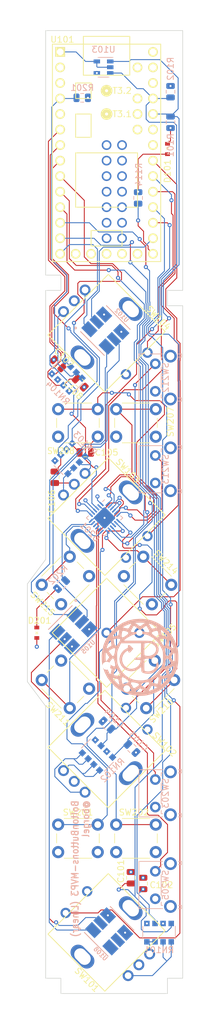
<source format=kicad_pcb>
(kicad_pcb (version 20171130) (host pcbnew 5.0.2-bee76a0~70~ubuntu18.04.1)
  (layers (0 F.Cu signal) (1 In1.Cu-P signal) (2 In2.Cu-G signal) (31 B.Cu signal) (34 B.Paste user) (35 F.Paste user) (36 B.SilkS user) (37 F.SilkS user) (38 B.Mask user) (39 F.Mask user) (44 Edge.Cuts user))
  (net 0 "")
  (net 1 GND)
  (net 2 +3V3)
  (net 3 /LEDS_MOSI)
  (net 4 /LEDS_SCK)
  (net 5 "Net-(U102-Pad5)")
  (net 6 "Net-(U102-Pad6)")
  (net 7 "Net-(U105-Pad6)")
  (net 8 "Net-(U105-Pad5)")
  (net 9 /ENC_1_A)
  (net 10 /ENC_1_B)
  (net 11 /ENC_2_A)
  (net 12 /ENC_2_B)
  (net 13 /ENC_3_A)
  (net 14 /ENC_3_B)
  (net 15 /ENC_4_A)
  (net 16 /ENC_4_B)
  (net 17 "Net-(D101-Pad1)")
  (net 18 /I2C1_SCL)
  (net 19 /I2C1_SDA)
  (net 20 /BTN_INT)
  (net 21 /BTN_BIG_MID)
  (net 22 /Buttons/BTN_PAIR_1_A)
  (net 23 /Buttons/BTN_PAIR_1_B)
  (net 24 /Buttons/BTN_PAIR_2_SIDE)
  (net 25 /Buttons/BTN_PAIR_2_TOP)
  (net 26 /Buttons/BTN_PAIR_3_A)
  (net 27 /Buttons/BTN_PAIR_3_B)
  (net 28 /Buttons/BTN_PAIR_4_A)
  (net 29 /Buttons/BTN_PAIR_4_B)
  (net 30 /Buttons/BTN_PAIR_5_SIDE)
  (net 31 /Buttons/BTN_PAIR_5_TOP)
  (net 32 /Buttons/BTN_PAIR_6_A)
  (net 33 /Buttons/BTN_PAIR_6_B)
  (net 34 /ENC_4_SW)
  (net 35 /ENC_3_SW)
  (net 36 /ENC_2_SW)
  (net 37 /ENC_1_SW)
  (net 38 "Net-(U101-Pad39)")
  (net 39 "Net-(U101-Pad38)")
  (net 40 "Net-(U101-Pad2)")
  (net 41 "Net-(U101-Pad3)")
  (net 42 "Net-(U101-Pad5)")
  (net 43 "Net-(U101-Pad37)")
  (net 44 "Net-(U101-Pad36)")
  (net 45 "Net-(U101-Pad35)")
  (net 46 "Net-(U101-Pad34)")
  (net 47 "Net-(U101-Pad33)")
  (net 48 "Net-(U101-Pad15)")
  (net 49 "Net-(U101-Pad16)")
  (net 50 "Net-(U101-Pad19)")
  (net 51 "Net-(U101-Pad18)")
  (net 52 "Net-(U108-Pad5)")
  (net 53 "Net-(U108-Pad6)")
  (net 54 "Net-(U201-Pad16)")
  (net 55 "Net-(RN101-Pad3)")
  (net 56 "Net-(RN101-Pad1)")
  (net 57 "Net-(RN102-Pad1)")
  (net 58 "Net-(RN102-Pad3)")
  (net 59 "Net-(RN103-Pad3)")
  (net 60 "Net-(RN103-Pad1)")
  (net 61 "Net-(RN104-Pad1)")
  (net 62 "Net-(RN104-Pad3)")
  (net 63 "Net-(U101-Pad28)")
  (net 64 "Net-(U101-Pad27)")
  (net 65 "Net-(D201-Pad1)")
  (net 66 /LED_ALIVE)
  (net 67 /Buttons/LED_STATUS)
  (net 68 "Net-(U201-Pad14)")
  (net 69 "Net-(U201-Pad15)")
  (module "Borgel Custom:LED-5050" (layer B.Cu) (at 117.92 167.272195 135)
    (fp_text reference U108 (at -1.631865 -3.640048 -45) (layer B.SilkS) (effects (font (size 0.7 0.7)) (justify mirror)))
    (fp_text value APA102_5050 hide)
    (pad 1 smd rect (at 1.952407 -1.737349 45) (size 1.6 2.2) (layers B.Cu B.Paste B.Mask) (net 7 "Net-(U105-Pad6)"))
    (pad 2 smd rect (at 1.952407 -0.037349 45) (size 1.2 2.2) (layers B.Cu B.Paste B.Mask) (net 8 "Net-(U105-Pad5)"))
    (pad 3 smd rect (at 1.952407 1.662651 45) (size 1.6 2.2) (layers B.Cu B.Paste B.Mask) (net 1 GND))
    (pad 4 smd rect (at -2.047593 1.662651 45) (size 1.6 2.2) (layers B.Cu B.Paste B.Mask) (net 2 +3V3))
    (pad 5 smd rect (at -2.047593 -0.037349 45) (size 1.2 2.2) (layers B.Cu B.Paste B.Mask) (net 52 "Net-(U108-Pad5)"))
    (pad 6 smd rect (at -2.047593 -1.737349 45) (size 1.6 2.2) (layers B.Cu B.Paste B.Mask) (net 53 "Net-(U108-Pad6)"))
  )
  (module "Borgel Custom:LED-5050" (layer B.Cu) (at 112.09 118.12 45)
    (fp_text reference U105 (at -0.197593 3.612651 -135) (layer B.SilkS) (effects (font (size 0.7 0.7)) (justify mirror)))
    (fp_text value APA102_5050 hide)
    (pad 6 smd rect (at -2.047593 -1.737349 315) (size 1.6 2.2) (layers B.Cu B.Paste B.Mask) (net 7 "Net-(U105-Pad6)"))
    (pad 5 smd rect (at -2.047593 -0.037349 315) (size 1.2 2.2) (layers B.Cu B.Paste B.Mask) (net 8 "Net-(U105-Pad5)"))
    (pad 4 smd rect (at -2.047593 1.662651 315) (size 1.6 2.2) (layers B.Cu B.Paste B.Mask) (net 2 +3V3))
    (pad 3 smd rect (at 1.952407 1.662651 315) (size 1.6 2.2) (layers B.Cu B.Paste B.Mask) (net 1 GND))
    (pad 2 smd rect (at 1.952407 -0.037349 315) (size 1.2 2.2) (layers B.Cu B.Paste B.Mask) (net 5 "Net-(U102-Pad5)"))
    (pad 1 smd rect (at 1.952407 -1.737349 315) (size 1.6 2.2) (layers B.Cu B.Paste B.Mask) (net 6 "Net-(U102-Pad6)"))
  )
  (module "Borgel Custom:LED-5050" (layer B.Cu) (at 117.295112 69 135)
    (fp_text reference U102 (at -0.197593 3.612651 -45) (layer B.SilkS) (effects (font (size 0.7 0.7)) (justify mirror)))
    (fp_text value APA102_5050 hide)
    (pad 1 smd rect (at 1.952407 -1.737349 45) (size 1.6 2.2) (layers B.Cu B.Paste B.Mask) (net 3 /LEDS_MOSI))
    (pad 2 smd rect (at 1.952407 -0.037349 45) (size 1.2 2.2) (layers B.Cu B.Paste B.Mask) (net 4 /LEDS_SCK))
    (pad 3 smd rect (at 1.952407 1.662651 45) (size 1.6 2.2) (layers B.Cu B.Paste B.Mask) (net 1 GND))
    (pad 4 smd rect (at -2.047593 1.662651 45) (size 1.6 2.2) (layers B.Cu B.Paste B.Mask) (net 2 +3V3))
    (pad 5 smd rect (at -2.047593 -0.037349 45) (size 1.2 2.2) (layers B.Cu B.Paste B.Mask) (net 5 "Net-(U102-Pad5)"))
    (pad 6 smd rect (at -2.047593 -1.737349 45) (size 1.6 2.2) (layers B.Cu B.Paste B.Mask) (net 6 "Net-(U102-Pad6)"))
  )
  (module Capacitor_SMD:C_0805_2012Metric (layer F.Cu) (at 121.5 158.562499 90)
    (fp_text reference C101 (at 1.062499 -1.65 90) (layer F.SilkS))
    (fp_text value 0.1uF)
    (pad 2 smd roundrect (at 0.9375 0 90) (size 0.975 1.4) (layers F.Cu F.Paste F.Mask) (net 1 GND))
    (pad 1 smd roundrect (at -0.9375 0 90) (size 0.975 1.4) (layers F.Cu F.Paste F.Mask) (net 9 /ENC_1_A))
  )
  (module Capacitor_SMD:C_0805_2012Metric (layer F.Cu) (at 123.5 159.5 90)
    (fp_text reference C102 (at -0.25 3 180) (layer F.SilkS))
    (fp_text value 0.1uF)
    (pad 1 smd roundrect (at -0.9375 0 90) (size 0.975 1.4) (layers F.Cu F.Paste F.Mask) (net 10 /ENC_1_B))
    (pad 2 smd roundrect (at 0.9375 0 90) (size 0.975 1.4) (layers F.Cu F.Paste F.Mask) (net 1 GND))
  )
  (module teensy:Teensy30_31_32_LC (layer F.Cu) (at 117.5 40 270)
    (fp_text reference U101 (at -18.537 7.264) (layer F.SilkS))
    (fp_text value Teensy-LC)
    (fp_text user T3.1 (at -6.35 -2.54) (layer F.SilkS))
    (fp_text user T3.2 (at -10.16 -2.54) (layer F.SilkS))
    (pad 52 thru_hole circle (at -10.16 0 270) (size 1.9 1.9) (drill 0.5) (layers *.Cu *.Mask F.SilkS))
    (pad 52 thru_hole circle (at -6.35 0 270) (size 1.9 1.9) (drill 0.5) (layers *.Cu *.Mask F.SilkS))
    (pad 51 thru_hole circle (at -1.27 -2.54 270) (size 1.6 1.6) (drill 1.1) (layers *.Cu *.Mask))
    (pad 50 thru_hole circle (at 1.27 -2.54 270) (size 1.6 1.6) (drill 1.1) (layers *.Cu *.Mask))
    (pad 49 thru_hole circle (at 3.81 -2.54 270) (size 1.6 1.6) (drill 1.1) (layers *.Cu *.Mask))
    (pad 48 thru_hole circle (at 6.35 -2.54 270) (size 1.6 1.6) (drill 1.1) (layers *.Cu *.Mask))
    (pad 47 thru_hole circle (at 8.89 -2.54 270) (size 1.6 1.6) (drill 1.1) (layers *.Cu *.Mask))
    (pad 46 thru_hole circle (at 11.43 -2.54 270) (size 1.6 1.6) (drill 1.1) (layers *.Cu *.Mask))
    (pad 45 thru_hole circle (at 13.97 -2.54 270) (size 1.6 1.6) (drill 1.1) (layers *.Cu *.Mask))
    (pad 44 thru_hole circle (at 13.97 0 270) (size 1.6 1.6) (drill 1.1) (layers *.Cu *.Mask))
    (pad 43 thru_hole circle (at 11.43 0 270) (size 1.6 1.6) (drill 1.1) (layers *.Cu *.Mask))
    (pad 42 thru_hole circle (at 8.89 0 270) (size 1.6 1.6) (drill 1.1) (layers *.Cu *.Mask))
    (pad 41 thru_hole circle (at 6.35 0 270) (size 1.6 1.6) (drill 1.1) (layers *.Cu *.Mask))
    (pad 40 thru_hole circle (at 3.81 0 270) (size 1.6 1.6) (drill 1.1) (layers *.Cu *.Mask))
    (pad 39 thru_hole circle (at 1.27 0 270) (size 1.6 1.6) (drill 1.1) (layers *.Cu *.Mask) (net 38 "Net-(U101-Pad39)"))
    (pad 38 thru_hole circle (at -1.27 0 270) (size 1.6 1.6) (drill 1.1) (layers *.Cu *.Mask) (net 39 "Net-(U101-Pad38)"))
    (pad 1 thru_hole rect (at -16.51 7.62 270) (size 1.6 1.6) (drill 1.1) (layers *.Cu *.Mask F.SilkS) (net 1 GND))
    (pad 2 thru_hole circle (at -13.97 7.62 270) (size 1.6 1.6) (drill 1.1) (layers *.Cu *.Mask F.SilkS) (net 40 "Net-(U101-Pad2)"))
    (pad 3 thru_hole circle (at -11.43 7.62 270) (size 1.6 1.6) (drill 1.1) (layers *.Cu *.Mask F.SilkS) (net 41 "Net-(U101-Pad3)"))
    (pad 4 thru_hole circle (at -8.89 7.62 270) (size 1.6 1.6) (drill 1.1) (layers *.Cu *.Mask F.SilkS) (net 20 /BTN_INT))
    (pad 5 thru_hole circle (at -6.35 7.62 270) (size 1.6 1.6) (drill 1.1) (layers *.Cu *.Mask F.SilkS) (net 42 "Net-(U101-Pad5)"))
    (pad 6 thru_hole circle (at -3.81 7.62 270) (size 1.6 1.6) (drill 1.1) (layers *.Cu *.Mask F.SilkS) (net 16 /ENC_4_B))
    (pad 7 thru_hole circle (at -1.27 7.62 270) (size 1.6 1.6) (drill 1.1) (layers *.Cu *.Mask F.SilkS) (net 15 /ENC_4_A))
    (pad 8 thru_hole circle (at 1.27 7.62 270) (size 1.6 1.6) (drill 1.1) (layers *.Cu *.Mask F.SilkS) (net 14 /ENC_3_B))
    (pad 9 thru_hole circle (at 3.81 7.62 270) (size 1.6 1.6) (drill 1.1) (layers *.Cu *.Mask F.SilkS) (net 13 /ENC_3_A))
    (pad 10 thru_hole circle (at 6.35 7.62 270) (size 1.6 1.6) (drill 1.1) (layers *.Cu *.Mask F.SilkS) (net 12 /ENC_2_B))
    (pad 11 thru_hole circle (at 8.89 7.62 270) (size 1.6 1.6) (drill 1.1) (layers *.Cu *.Mask F.SilkS) (net 11 /ENC_2_A))
    (pad 12 thru_hole circle (at 11.43 7.62 270) (size 1.6 1.6) (drill 1.1) (layers *.Cu *.Mask F.SilkS) (net 10 /ENC_1_B))
    (pad 13 thru_hole circle (at 13.97 7.62 270) (size 1.6 1.6) (drill 1.1) (layers *.Cu *.Mask F.SilkS) (net 9 /ENC_1_A))
    (pad 37 thru_hole circle (at -3.81 -5.08 270) (size 1.6 1.6) (drill 1.1) (layers *.Cu *.Mask F.SilkS) (net 43 "Net-(U101-Pad37)"))
    (pad 36 thru_hole circle (at -6.35 -5.08 270) (size 1.6 1.6) (drill 1.1) (layers *.Cu *.Mask F.SilkS) (net 44 "Net-(U101-Pad36)"))
    (pad 35 thru_hole circle (at -8.89 -5.08 270) (size 1.6 1.6) (drill 1.1) (layers *.Cu *.Mask F.SilkS) (net 45 "Net-(U101-Pad35)"))
    (pad 34 thru_hole circle (at -13.97 -5.08 270) (size 1.6 1.6) (drill 1.1) (layers *.Cu *.Mask F.SilkS) (net 46 "Net-(U101-Pad34)"))
    (pad 33 thru_hole circle (at -16.51 -7.62 270) (size 1.6 1.6) (drill 1.1) (layers *.Cu *.Mask F.SilkS) (net 47 "Net-(U101-Pad33)"))
    (pad 32 thru_hole circle (at -13.97 -7.62 270) (size 1.6 1.6) (drill 1.1) (layers *.Cu *.Mask F.SilkS) (net 1 GND))
    (pad 31 thru_hole circle (at -11.43 -7.62 270) (size 1.6 1.6) (drill 1.1) (layers *.Cu *.Mask F.SilkS) (net 2 +3V3))
    (pad 30 thru_hole circle (at -8.89 -7.62 270) (size 1.6 1.6) (drill 1.1) (layers *.Cu *.Mask F.SilkS) (net 19 /I2C1_SDA))
    (pad 29 thru_hole circle (at -6.35 -7.62 270) (size 1.6 1.6) (drill 1.1) (layers *.Cu *.Mask F.SilkS) (net 18 /I2C1_SCL))
    (pad 28 thru_hole circle (at -3.81 -7.62 270) (size 1.6 1.6) (drill 1.1) (layers *.Cu *.Mask F.SilkS) (net 63 "Net-(U101-Pad28)"))
    (pad 27 thru_hole circle (at -1.27 -7.62 270) (size 1.6 1.6) (drill 1.1) (layers *.Cu *.Mask F.SilkS) (net 64 "Net-(U101-Pad27)"))
    (pad 26 thru_hole circle (at 1.27 -7.62 270) (size 1.6 1.6) (drill 1.1) (layers *.Cu *.Mask F.SilkS) (net 21 /BTN_BIG_MID))
    (pad 25 thru_hole circle (at 3.81 -7.62 270) (size 1.6 1.6) (drill 1.1) (layers *.Cu *.Mask F.SilkS) (net 34 /ENC_4_SW))
    (pad 24 thru_hole circle (at 6.35 -7.62 270) (size 1.6 1.6) (drill 1.1) (layers *.Cu *.Mask F.SilkS) (net 35 /ENC_3_SW))
    (pad 23 thru_hole circle (at 8.89 -7.62 270) (size 1.6 1.6) (drill 1.1) (layers *.Cu *.Mask F.SilkS) (net 36 /ENC_2_SW))
    (pad 22 thru_hole circle (at 11.43 -7.62 270) (size 1.6 1.6) (drill 1.1) (layers *.Cu *.Mask F.SilkS) (net 37 /ENC_1_SW))
    (pad 21 thru_hole circle (at 13.97 -7.62 270) (size 1.6 1.6) (drill 1.1) (layers *.Cu *.Mask F.SilkS) (net 4 /LEDS_SCK))
    (pad 14 thru_hole circle (at 16.51 7.62 270) (size 1.6 1.6) (drill 1.1) (layers *.Cu *.Mask F.SilkS) (net 3 /LEDS_MOSI))
    (pad 15 thru_hole circle (at 16.51 5.08 270) (size 1.6 1.6) (drill 1.1) (layers *.Cu *.Mask F.SilkS) (net 48 "Net-(U101-Pad15)"))
    (pad 16 thru_hole circle (at 16.51 2.54 270) (size 1.6 1.6) (drill 1.1) (layers *.Cu *.Mask F.SilkS) (net 49 "Net-(U101-Pad16)"))
    (pad 20 thru_hole circle (at 16.51 -7.62 270) (size 1.6 1.6) (drill 1.1) (layers *.Cu *.Mask F.SilkS) (net 66 /LED_ALIVE))
    (pad 19 thru_hole circle (at 16.51 -5.08 270) (size 1.6 1.6) (drill 1.1) (layers *.Cu *.Mask F.SilkS) (net 50 "Net-(U101-Pad19)"))
    (pad 18 thru_hole circle (at 16.51 -2.54 270) (size 1.6 1.6) (drill 1.1) (layers *.Cu *.Mask F.SilkS) (net 51 "Net-(U101-Pad18)"))
    (pad 17 thru_hole circle (at 16.51 0 270) (size 1.6 1.6) (drill 1.1) (layers *.Cu *.Mask F.SilkS) (net 1 GND))
  )
  (module Capacitor_SMD:C_0805_2012Metric (layer B.Cu) (at 121.662913 137.412913 315)
    (fp_text reference C103 (at -0.053617 -1.59099 315) (layer B.SilkS) (effects (justify mirror)))
    (fp_text value 0.1uF)
    (pad 1 smd roundrect (at -0.937501 0 315) (size 0.975 1.4) (layers B.Cu B.Paste B.Mask) (net 11 /ENC_2_A))
    (pad 2 smd roundrect (at 0.937501 0 315) (size 0.975 1.4) (layers B.Cu B.Paste B.Mask) (net 1 GND))
  )
  (module Capacitor_SMD:C_0805_2012Metric (layer B.Cu) (at 117.587087 133.587087 135)
    (fp_text reference C104 (at 0 1.65 135) (layer B.SilkS) (effects (justify mirror)))
    (fp_text value 0.1uF)
    (pad 2 smd roundrect (at 0.937501 0 135) (size 0.975 1.4) (layers B.Cu B.Paste B.Mask) (net 1 GND))
    (pad 1 smd roundrect (at -0.937501 0 135) (size 0.975 1.4) (layers B.Cu B.Paste B.Mask) (net 12 /ENC_2_B))
  )
  (module Capacitor_SMD:C_0805_2012Metric (layer F.Cu) (at 113.999999 89)
    (fp_text reference C105 (at 3.500001 0) (layer F.SilkS))
    (fp_text value 0.1uF)
    (pad 1 smd roundrect (at -0.9375 0) (size 0.975 1.4) (layers F.Cu F.Paste F.Mask) (net 13 /ENC_3_A))
    (pad 2 smd roundrect (at 0.9375 0) (size 0.975 1.4) (layers F.Cu F.Paste F.Mask) (net 1 GND))
  )
  (module Capacitor_SMD:C_0805_2012Metric (layer F.Cu) (at 109 93.062499 270)
    (fp_text reference C106 (at 3.937501 0.5 270) (layer F.SilkS))
    (fp_text value 0.1uF)
    (pad 1 smd roundrect (at -0.9375 0 270) (size 0.975 1.4) (layers F.Cu F.Paste F.Mask) (net 14 /ENC_3_B))
    (pad 2 smd roundrect (at 0.9375 0 270) (size 0.975 1.4) (layers F.Cu F.Paste F.Mask) (net 1 GND))
  )
  (module Capacitor_SMD:C_0805_2012Metric (layer F.Cu) (at 109.5 74.5 135)
    (fp_text reference C107 (at 0 1.414214 135) (layer F.SilkS))
    (fp_text value 0.1uF)
    (pad 1 smd roundrect (at -0.937501 0 135) (size 0.975 1.4) (layers F.Cu F.Paste F.Mask) (net 15 /ENC_4_A))
    (pad 2 smd roundrect (at 0.937501 0 135) (size 0.975 1.4) (layers F.Cu F.Paste F.Mask) (net 1 GND))
  )
  (module Capacitor_SMD:C_0805_2012Metric (layer F.Cu) (at 113.162913 77.662913 315)
    (fp_text reference C108 (at -0.053617 1.59099 315) (layer F.SilkS))
    (fp_text value 0.1uF)
    (pad 2 smd roundrect (at 0.937501 0 315) (size 0.975 1.4) (layers F.Cu F.Paste F.Mask) (net 1 GND))
    (pad 1 smd roundrect (at -0.937501 0 315) (size 0.975 1.4) (layers F.Cu F.Paste F.Mask) (net 16 /ENC_4_B))
  )
  (module "Borgel Custom:LED_0603_SmallSilk" (layer F.Cu) (at 127.508 39.37 90)
    (fp_text reference D101 (at -3.63 -0.008 90) (layer F.SilkS))
    (fp_text value LED_ALT)
    (pad 2 smd rect (at 0.85 0 90) (size 0.6 0.8) (layers F.Cu F.Paste F.Mask) (net 2 +3V3))
    (pad 1 smd rect (at -0.85 0 90) (size 0.6 0.8) (layers F.Cu F.Paste F.Mask) (net 17 "Net-(D101-Pad1)"))
  )
  (module Resistor_SMD:R_0805_2012Metric (layer B.Cu) (at 128 35 90)
    (fp_text reference R101 (at -3.75 0 90) (layer B.SilkS) (effects (justify mirror)))
    (fp_text value 4.7k)
    (pad 2 smd roundrect (at 0.9375 0 90) (size 0.975 1.4) (layers B.Cu B.Paste B.Mask) (net 18 /I2C1_SCL))
    (pad 1 smd roundrect (at -0.9375 0 90) (size 0.975 1.4) (layers B.Cu B.Paste B.Mask) (net 2 +3V3))
  )
  (module Resistor_SMD:R_0805_2012Metric (layer B.Cu) (at 128 30 270)
    (fp_text reference R102 (at -3.75 0 270) (layer B.SilkS) (effects (justify mirror)))
    (fp_text value 4.7k)
    (pad 1 smd roundrect (at -0.9375 0 270) (size 0.975 1.4) (layers B.Cu B.Paste B.Mask) (net 2 +3V3))
    (pad 2 smd roundrect (at 0.9375 0 270) (size 0.975 1.4) (layers B.Cu B.Paste B.Mask) (net 19 /I2C1_SDA))
  )
  (module Resistor_SMD:R_0805_2012Metric (layer B.Cu) (at 122.682 47.371 270)
    (fp_text reference R114 (at -3.81 -0.127 270) (layer B.SilkS) (effects (justify mirror)))
    (fp_text value 500r)
    (pad 1 smd roundrect (at -0.9375 0 270) (size 0.975 1.4) (layers B.Cu B.Paste B.Mask) (net 17 "Net-(D101-Pad1)"))
    (pad 2 smd roundrect (at 0.9375 0 270) (size 0.975 1.4) (layers B.Cu B.Paste B.Mask) (net 66 /LED_ALIVE))
  )
  (module Resistor_SMD:R_0805_2012Metric (layer B.Cu) (at 113.5 31 180)
    (fp_text reference R201 (at 0 1.65 180) (layer B.SilkS) (effects (justify mirror)))
    (fp_text value 10k)
    (pad 2 smd roundrect (at 0.9375 0 180) (size 0.975 1.4) (layers B.Cu B.Paste B.Mask) (net 20 /BTN_INT))
    (pad 1 smd roundrect (at -0.9375 0 180) (size 0.975 1.4) (layers B.Cu B.Paste B.Mask) (net 2 +3V3))
  )
  (module Package_TO_SOT_SMD:SOT-23-5 (layer B.Cu) (at 117 26 180)
    (fp_text reference U103 (at 0 2.9 180) (layer B.SilkS) (effects (justify mirror)))
    (fp_text value 24LC16-SOT-23-5)
    (pad 1 smd rect (at -1.1 0.95 180) (size 1.06 0.65) (layers B.Cu B.Paste B.Mask) (net 18 /I2C1_SCL))
    (pad 2 smd rect (at -1.1 0 180) (size 1.06 0.65) (layers B.Cu B.Paste B.Mask) (net 1 GND))
    (pad 3 smd rect (at -1.1 -0.95 180) (size 1.06 0.65) (layers B.Cu B.Paste B.Mask) (net 19 /I2C1_SDA))
    (pad 4 smd rect (at 1.1 -0.95 180) (size 1.06 0.65) (layers B.Cu B.Paste B.Mask) (net 2 +3V3))
    (pad 5 smd rect (at 1.1 0.95 180) (size 1.06 0.65) (layers B.Cu B.Paste B.Mask) (net 1 GND))
  )
  (module Package_DFN_QFN:QFN-24-1EP_4x4mm_P0.5mm_EP2.6x2.6mm (layer B.Cu) (at 117.17 99.705 225)
    (fp_text reference U201 (at 3.334008 0.088388 135) (layer B.SilkS) (effects (justify mirror)))
    (fp_text value TCA9555RTWR)
    (pad 25 smd roundrect (at 0 0 225) (size 2.6 2.6) (layers B.Cu B.Mask) (roundrect_rratio 0.096154) (net 1 GND))
    (pad 1 smd roundrect (at -1.9375 1.25 225) (size 0.825 0.25) (layers B.Cu B.Paste B.Mask) (net 22 /Buttons/BTN_PAIR_1_A))
    (pad 2 smd roundrect (at -1.937499 0.75 225) (size 0.825 0.25) (layers B.Cu B.Paste B.Mask) (net 23 /Buttons/BTN_PAIR_1_B))
    (pad 3 smd roundrect (at -1.9375 0.25 225) (size 0.825 0.25) (layers B.Cu B.Paste B.Mask) (net 24 /Buttons/BTN_PAIR_2_SIDE))
    (pad 4 smd roundrect (at -1.9375 -0.25 225) (size 0.825 0.25) (layers B.Cu B.Paste B.Mask) (net 25 /Buttons/BTN_PAIR_2_TOP))
    (pad 5 smd roundrect (at -1.937499 -0.75 225) (size 0.825 0.25) (layers B.Cu B.Paste B.Mask) (net 26 /Buttons/BTN_PAIR_3_A))
    (pad 6 smd roundrect (at -1.9375 -1.25 225) (size 0.825 0.25) (layers B.Cu B.Paste B.Mask) (net 27 /Buttons/BTN_PAIR_3_B))
    (pad 7 smd roundrect (at -1.25 -1.9375 225) (size 0.25 0.825) (layers B.Cu B.Paste B.Mask) (net 28 /Buttons/BTN_PAIR_4_A))
    (pad 8 smd roundrect (at -0.75 -1.937499 225) (size 0.25 0.825) (layers B.Cu B.Paste B.Mask) (net 29 /Buttons/BTN_PAIR_4_B))
    (pad 9 smd roundrect (at -0.25 -1.9375 225) (size 0.25 0.825) (layers B.Cu B.Paste B.Mask) (net 1 GND))
    (pad 10 smd roundrect (at 0.25 -1.9375 225) (size 0.25 0.825) (layers B.Cu B.Paste B.Mask) (net 30 /Buttons/BTN_PAIR_5_SIDE))
    (pad 11 smd roundrect (at 0.75 -1.937499 225) (size 0.25 0.825) (layers B.Cu B.Paste B.Mask) (net 31 /Buttons/BTN_PAIR_5_TOP))
    (pad 12 smd roundrect (at 1.25 -1.9375 225) (size 0.25 0.825) (layers B.Cu B.Paste B.Mask) (net 32 /Buttons/BTN_PAIR_6_A))
    (pad 13 smd roundrect (at 1.9375 -1.25 225) (size 0.825 0.25) (layers B.Cu B.Paste B.Mask) (net 33 /Buttons/BTN_PAIR_6_B))
    (pad 14 smd roundrect (at 1.937499 -0.75 225) (size 0.825 0.25) (layers B.Cu B.Paste B.Mask) (net 68 "Net-(U201-Pad14)"))
    (pad 15 smd roundrect (at 1.9375 -0.25 225) (size 0.825 0.25) (layers B.Cu B.Paste B.Mask) (net 69 "Net-(U201-Pad15)"))
    (pad 16 smd roundrect (at 1.9375 0.25 225) (size 0.825 0.25) (layers B.Cu B.Paste B.Mask) (net 54 "Net-(U201-Pad16)"))
    (pad 17 smd roundrect (at 1.937499 0.75 225) (size 0.825 0.25) (layers B.Cu B.Paste B.Mask) (net 67 /Buttons/LED_STATUS))
    (pad 18 smd roundrect (at 1.9375 1.25 225) (size 0.825 0.25) (layers B.Cu B.Paste B.Mask) (net 1 GND))
    (pad 19 smd roundrect (at 1.25 1.9375 225) (size 0.25 0.825) (layers B.Cu B.Paste B.Mask) (net 19 /I2C1_SDA))
    (pad 20 smd roundrect (at 0.75 1.937499 225) (size 0.25 0.825) (layers B.Cu B.Paste B.Mask) (net 18 /I2C1_SCL))
    (pad 21 smd roundrect (at 0.25 1.9375 225) (size 0.25 0.825) (layers B.Cu B.Paste B.Mask) (net 2 +3V3))
    (pad 22 smd roundrect (at -0.25 1.9375 225) (size 0.25 0.825) (layers B.Cu B.Paste B.Mask) (net 20 /BTN_INT))
    (pad 23 smd roundrect (at -0.75 1.937499 225) (size 0.25 0.825) (layers B.Cu B.Paste B.Mask) (net 1 GND))
    (pad 24 smd roundrect (at -1.25 1.9375 225) (size 0.25 0.825) (layers B.Cu B.Paste B.Mask) (net 2 +3V3))
  )
  (module "Borgel Custom:PEC11R" (layer F.Cu) (at 117.5 167.499999 45)
    (fp_text reference SW101 (at -7.778175 3.181981 135) (layer F.SilkS))
    (fp_text value Rotary_Encoder_Switch)
    (pad "" np_thru_hole oval (at 5.6 0 45) (size 2.5 4.5) (drill oval 2 3) (layers *.Cu *.Mask))
    (pad "" np_thru_hole oval (at -5.6 0 45) (size 2.5 4.5) (drill oval 2 3) (layers *.Cu *.Mask))
    (pad S1 thru_hole circle (at -2.499999 -7 45) (size 1.7 1.7) (drill 1) (layers *.Cu *.Mask) (net 37 /ENC_1_SW))
    (pad S2 thru_hole circle (at 2.499999 -7 45) (size 1.7 1.7) (drill 1) (layers *.Cu *.Mask) (net 1 GND))
    (pad A thru_hole circle (at -2.5 7.5 45) (size 1.8 1.8) (drill 1.1) (layers *.Cu *.Mask) (net 56 "Net-(RN101-Pad1)"))
    (pad C thru_hole circle (at 0 7.5 45) (size 1.8 1.8) (drill 1.1) (layers *.Cu *.Mask) (net 1 GND))
    (pad B thru_hole circle (at 2.5 7.5 45) (size 1.8 1.8) (drill 1.1) (layers *.Cu *.Mask) (net 55 "Net-(RN101-Pad3)"))
  )
  (module "Borgel Custom:PEC11R" (layer F.Cu) (at 117.5 137.5 315)
    (fp_text reference SW102 (at 6.187184 -7.247845 315) (layer F.SilkS))
    (fp_text value Rotary_Encoder_Switch)
    (pad B thru_hole circle (at 2.5 7.5 315) (size 1.8 1.8) (drill 1.1) (layers *.Cu *.Mask) (net 58 "Net-(RN102-Pad3)"))
    (pad C thru_hole circle (at 0 7.5 315) (size 1.8 1.8) (drill 1.1) (layers *.Cu *.Mask) (net 1 GND))
    (pad A thru_hole circle (at -2.5 7.5 315) (size 1.8 1.8) (drill 1.1) (layers *.Cu *.Mask) (net 57 "Net-(RN102-Pad1)"))
    (pad S2 thru_hole circle (at 2.499999 -7 315) (size 1.7 1.7) (drill 1) (layers *.Cu *.Mask) (net 1 GND))
    (pad S1 thru_hole circle (at -2.499999 -7 315) (size 1.7 1.7) (drill 1) (layers *.Cu *.Mask) (net 36 /ENC_2_SW))
    (pad "" np_thru_hole oval (at -5.6 0 315) (size 2.5 4.5) (drill oval 2 3) (layers *.Cu *.Mask))
    (pad "" np_thru_hole oval (at 5.6 0 315) (size 2.5 4.5) (drill oval 2 3) (layers *.Cu *.Mask))
  )
  (module "Borgel Custom:PEC11R" (layer F.Cu) (at 117.5 99.5 225)
    (fp_text reference SW103 (at -7.778175 2.828427 315) (layer F.SilkS))
    (fp_text value Rotary_Encoder_Switch)
    (pad "" np_thru_hole oval (at 5.6 0 225) (size 2.5 4.5) (drill oval 2 3) (layers *.Cu *.Mask))
    (pad "" np_thru_hole oval (at -5.6 0 225) (size 2.5 4.5) (drill oval 2 3) (layers *.Cu *.Mask))
    (pad S1 thru_hole circle (at -2.499999 -7 225) (size 1.7 1.7) (drill 1) (layers *.Cu *.Mask) (net 35 /ENC_3_SW))
    (pad S2 thru_hole circle (at 2.499999 -7 225) (size 1.7 1.7) (drill 1) (layers *.Cu *.Mask) (net 1 GND))
    (pad A thru_hole circle (at -2.5 7.5 225) (size 1.8 1.8) (drill 1.1) (layers *.Cu *.Mask) (net 60 "Net-(RN103-Pad1)"))
    (pad C thru_hole circle (at 0 7.5 225) (size 1.8 1.8) (drill 1.1) (layers *.Cu *.Mask) (net 1 GND))
    (pad B thru_hole circle (at 2.5 7.5 225) (size 1.8 1.8) (drill 1.1) (layers *.Cu *.Mask) (net 59 "Net-(RN103-Pad3)"))
  )
  (module "Borgel Custom:PEC11R" (layer F.Cu) (at 117.5 69.5 225)
    (fp_text reference SW104 (at -7.778175 -4.242641 135) (layer F.SilkS))
    (fp_text value Rotary_Encoder_Switch)
    (pad B thru_hole circle (at 2.5 7.5 225) (size 1.8 1.8) (drill 1.1) (layers *.Cu *.Mask) (net 62 "Net-(RN104-Pad3)"))
    (pad C thru_hole circle (at 0 7.5 225) (size 1.8 1.8) (drill 1.1) (layers *.Cu *.Mask) (net 1 GND))
    (pad A thru_hole circle (at -2.5 7.5 225) (size 1.8 1.8) (drill 1.1) (layers *.Cu *.Mask) (net 61 "Net-(RN104-Pad1)"))
    (pad S2 thru_hole circle (at 2.499999 -7 225) (size 1.7 1.7) (drill 1) (layers *.Cu *.Mask) (net 1 GND))
    (pad S1 thru_hole circle (at -2.499999 -7 225) (size 1.7 1.7) (drill 1) (layers *.Cu *.Mask) (net 34 /ENC_4_SW))
    (pad "" np_thru_hole oval (at -5.6 0 225) (size 2.5 4.5) (drill oval 2 3) (layers *.Cu *.Mask))
    (pad "" np_thru_hole oval (at 5.6 0 225) (size 2.5 4.5) (drill oval 2 3) (layers *.Cu *.Mask))
  )
  (module "Borgel Custom:Schurter-MTG" (layer F.Cu) (at 117.5 118.5 225)
    (fp_text reference SW105 (at -6.363961 -7.071068 225) (layer F.SilkS))
    (fp_text value SW_Push)
    (pad 1 thru_hole circle (at 0 0 225) (size 1.7 1.7) (drill 1) (layers *.Cu *.Mask) (net 21 /BTN_BIG_MID))
    (pad 2 thru_hole circle (at -3.81 -3.81 225) (size 1.7 1.7) (drill 1) (layers *.Cu *.Mask) (net 1 GND))
    (pad "" np_thru_hole circle (at 3.81 -3.81 225) (size 1.3 1.3) (drill 1.3) (layers *.Cu *.Mask))
    (pad "" np_thru_hole circle (at -3.81 3.81 225) (size 1.3 1.3) (drill 1.3) (layers *.Cu *.Mask))
  )
  (module Button_Switch_THT:SW_PUSH_6mm (layer F.Cu) (at 109.55 149.87)
    (fp_text reference SW201 (at 3.25 -2) (layer F.SilkS))
    (fp_text value SW_Push)
    (pad 2 thru_hole circle (at 0 4.5 90) (size 2 2) (drill 1.1) (layers *.Cu *.Mask) (net 1 GND))
    (pad 1 thru_hole circle (at 0 0 90) (size 2 2) (drill 1.1) (layers *.Cu *.Mask) (net 22 /Buttons/BTN_PAIR_1_A))
    (pad 2 thru_hole circle (at 6.5 4.5 90) (size 2 2) (drill 1.1) (layers *.Cu *.Mask) (net 1 GND))
    (pad 1 thru_hole circle (at 6.5 0 90) (size 2 2) (drill 1.1) (layers *.Cu *.Mask) (net 22 /Buttons/BTN_PAIR_1_A))
  )
  (module Button_Switch_THT:SW_PUSH_6mm (layer F.Cu) (at 119.075 149.87)
    (fp_text reference SW202 (at 2.925 -2) (layer F.SilkS))
    (fp_text value SW_Push)
    (pad 1 thru_hole circle (at 6.5 0 90) (size 2 2) (drill 1.1) (layers *.Cu *.Mask) (net 23 /Buttons/BTN_PAIR_1_B))
    (pad 2 thru_hole circle (at 6.5 4.5 90) (size 2 2) (drill 1.1) (layers *.Cu *.Mask) (net 1 GND))
    (pad 1 thru_hole circle (at 0 0 90) (size 2 2) (drill 1.1) (layers *.Cu *.Mask) (net 23 /Buttons/BTN_PAIR_1_B))
    (pad 2 thru_hole circle (at 0 4.5 90) (size 2 2) (drill 1.1) (layers *.Cu *.Mask) (net 1 GND))
  )
  (module Button_Switch_THT:SW_Tactile_SPST_Angled_PTS645Vx83-2LFS (layer B.Cu) (at 125.5 142.5 270)
    (fp_text reference SW203 (at 2.25 -1.68 270) (layer B.SilkS) (effects (justify mirror)))
    (fp_text value SW_Push)
    (pad "" thru_hole circle (at 5.76 -2.49 270) (size 2.1 2.1) (drill 1.3) (layers *.Cu *.Mask))
    (pad 2 thru_hole circle (at 4.5 0 270) (size 1.75 1.75) (drill 0.99) (layers *.Cu *.Mask) (net 1 GND))
    (pad 1 thru_hole circle (at 0 0 270) (size 1.75 1.75) (drill 0.99) (layers *.Cu *.Mask) (net 24 /Buttons/BTN_PAIR_2_SIDE))
    (pad "" thru_hole circle (at -1.25 -2.49 270) (size 2.1 2.1) (drill 1.3) (layers *.Cu *.Mask))
  )
  (module Button_Switch_THT:SW_Tactile_SPST_Angled_PTS645Vx83-2LFS (layer B.Cu) (at 125.5 157.5 270)
    (fp_text reference SW205 (at 2.25 -1.68 270) (layer B.SilkS) (effects (justify mirror)))
    (fp_text value SW_Push)
    (pad "" thru_hole circle (at -1.25 -2.49 270) (size 2.1 2.1) (drill 1.3) (layers *.Cu *.Mask))
    (pad 1 thru_hole circle (at 0 0 270) (size 1.75 1.75) (drill 0.99) (layers *.Cu *.Mask) (net 25 /Buttons/BTN_PAIR_2_TOP))
    (pad 2 thru_hole circle (at 4.5 0 270) (size 1.75 1.75) (drill 0.99) (layers *.Cu *.Mask) (net 1 GND))
    (pad "" thru_hole circle (at 5.76 -2.49 270) (size 2.1 2.1) (drill 1.3) (layers *.Cu *.Mask))
  )
  (module Button_Switch_THT:SW_PUSH_6mm (layer F.Cu) (at 119.075 81.925)
    (fp_text reference SW207 (at 8.925 2.075 90) (layer F.SilkS))
    (fp_text value SW_Push)
    (pad 1 thru_hole circle (at 6.5 0 90) (size 2 2) (drill 1.1) (layers *.Cu *.Mask) (net 26 /Buttons/BTN_PAIR_3_A))
    (pad 2 thru_hole circle (at 6.5 4.5 90) (size 2 2) (drill 1.1) (layers *.Cu *.Mask) (net 1 GND))
    (pad 1 thru_hole circle (at 0 0 90) (size 2 2) (drill 1.1) (layers *.Cu *.Mask) (net 26 /Buttons/BTN_PAIR_3_A))
    (pad 2 thru_hole circle (at 0 4.5 90) (size 2 2) (drill 1.1) (layers *.Cu *.Mask) (net 1 GND))
  )
  (module Button_Switch_THT:SW_PUSH_6mm (layer F.Cu) (at 109.55 81.925001)
    (fp_text reference SW208 (at 0.45 6.824999) (layer F.SilkS) (effects (font (size 1 0.9))))
    (fp_text value SW_Push)
    (pad 2 thru_hole circle (at 0 4.5 90) (size 2 2) (drill 1.1) (layers *.Cu *.Mask) (net 1 GND))
    (pad 1 thru_hole circle (at 0 0 90) (size 2 2) (drill 1.1) (layers *.Cu *.Mask) (net 27 /Buttons/BTN_PAIR_3_B))
    (pad 2 thru_hole circle (at 6.5 4.5 90) (size 2 2) (drill 1.1) (layers *.Cu *.Mask) (net 1 GND))
    (pad 1 thru_hole circle (at 6.5 0 90) (size 2 2) (drill 1.1) (layers *.Cu *.Mask) (net 27 /Buttons/BTN_PAIR_3_B))
  )
  (module Button_Switch_THT:SW_PUSH_6mm (layer F.Cu) (at 128.6 126.223806 225)
    (fp_text reference SW210 (at 5.03898 -2.069132 225) (layer F.SilkS))
    (fp_text value SW_Push)
    (pad 1 thru_hole circle (at 6.5 0 315) (size 2 2) (drill 1.1) (layers *.Cu *.Mask) (net 28 /Buttons/BTN_PAIR_4_A))
    (pad 2 thru_hole circle (at 6.500001 4.5 315) (size 2 2) (drill 1.1) (layers *.Cu *.Mask) (net 1 GND))
    (pad 1 thru_hole circle (at 0 0 315) (size 2 2) (drill 1.1) (layers *.Cu *.Mask) (net 28 /Buttons/BTN_PAIR_4_A))
    (pad 2 thru_hole circle (at 0 4.500001 315) (size 2 2) (drill 1.1) (layers *.Cu *.Mask) (net 1 GND))
  )
  (module Button_Switch_THT:SW_PUSH_6mm (layer F.Cu) (at 111.455 130.82 135)
    (fp_text reference SW211 (at 0.724784 -2.040003 135) (layer F.SilkS))
    (fp_text value SW_Push)
    (pad 2 thru_hole circle (at 0 4.500001 225) (size 2 2) (drill 1.1) (layers *.Cu *.Mask) (net 1 GND))
    (pad 1 thru_hole circle (at 0 0 225) (size 2 2) (drill 1.1) (layers *.Cu *.Mask) (net 29 /Buttons/BTN_PAIR_4_B))
    (pad 2 thru_hole circle (at 6.500001 4.5 225) (size 2 2) (drill 1.1) (layers *.Cu *.Mask) (net 1 GND))
    (pad 1 thru_hole circle (at 6.5 0 225) (size 2 2) (drill 1.1) (layers *.Cu *.Mask) (net 29 /Buttons/BTN_PAIR_4_B))
  )
  (module Button_Switch_THT:SW_Tactile_SPST_Angled_PTS645Vx83-2LFS (layer B.Cu) (at 125.5 74.5 270)
    (fp_text reference SW212 (at 2.25 -1.68 270) (layer B.SilkS) (effects (justify mirror)))
    (fp_text value SW_Push)
    (pad "" thru_hole circle (at -1.25 -2.49 270) (size 2.1 2.1) (drill 1.3) (layers *.Cu *.Mask))
    (pad 1 thru_hole circle (at 0 0 270) (size 1.75 1.75) (drill 0.99) (layers *.Cu *.Mask) (net 30 /Buttons/BTN_PAIR_5_SIDE))
    (pad 2 thru_hole circle (at 4.5 0 270) (size 1.75 1.75) (drill 0.99) (layers *.Cu *.Mask) (net 1 GND))
    (pad "" thru_hole circle (at 5.76 -2.49 270) (size 2.1 2.1) (drill 1.3) (layers *.Cu *.Mask))
  )
  (module Button_Switch_THT:SW_Tactile_SPST_Angled_PTS645Vx83-2LFS (layer B.Cu) (at 125.5 89.5 270)
    (fp_text reference SW213 (at 2.25 -1.68 270) (layer B.SilkS) (effects (justify mirror)))
    (fp_text value SW_Push)
    (pad "" thru_hole circle (at 5.76 -2.49 270) (size 2.1 2.1) (drill 1.3) (layers *.Cu *.Mask))
    (pad 2 thru_hole circle (at 4.5 0 270) (size 1.75 1.75) (drill 0.99) (layers *.Cu *.Mask) (net 1 GND))
    (pad 1 thru_hole circle (at 0 0 270) (size 1.75 1.75) (drill 0.99) (layers *.Cu *.Mask) (net 31 /Buttons/BTN_PAIR_5_TOP))
    (pad "" thru_hole circle (at -1.25 -2.49 270) (size 2.1 2.1) (drill 1.3) (layers *.Cu *.Mask))
  )
  (module Button_Switch_THT:SW_PUSH_6mm (layer F.Cu) (at 123.526981 106.055 315)
    (fp_text reference SW214 (at 3.25 -2 315) (layer F.SilkS))
    (fp_text value SW_Push)
    (pad 2 thru_hole circle (at 0 4.500001 45) (size 2 2) (drill 1.1) (layers *.Cu *.Mask) (net 1 GND))
    (pad 1 thru_hole circle (at 0 0 45) (size 2 2) (drill 1.1) (layers *.Cu *.Mask) (net 32 /Buttons/BTN_PAIR_6_A))
    (pad 2 thru_hole circle (at 6.500001 4.5 45) (size 2 2) (drill 1.1) (layers *.Cu *.Mask) (net 1 GND))
    (pad 1 thru_hole circle (at 6.5 0 45) (size 2 2) (drill 1.1) (layers *.Cu *.Mask) (net 32 /Buttons/BTN_PAIR_6_A))
  )
  (module Button_Switch_THT:SW_PUSH_6mm (layer F.Cu) (at 106.851825 110.644214 45)
    (fp_text reference SW215 (at -2.091347 2.300898 135) (layer F.SilkS))
    (fp_text value SW_Push)
    (pad 1 thru_hole circle (at 6.5 0 135) (size 2 2) (drill 1.1) (layers *.Cu *.Mask) (net 33 /Buttons/BTN_PAIR_6_B))
    (pad 2 thru_hole circle (at 6.500001 4.5 135) (size 2 2) (drill 1.1) (layers *.Cu *.Mask) (net 1 GND))
    (pad 1 thru_hole circle (at 0 0 135) (size 2 2) (drill 1.1) (layers *.Cu *.Mask) (net 33 /Buttons/BTN_PAIR_6_B))
    (pad 2 thru_hole circle (at 0 4.500001 135) (size 2 2) (drill 1.1) (layers *.Cu *.Mask) (net 1 GND))
  )
  (module Resistor_SMD:R_Array_Convex_4x1206 (layer B.Cu) (at 126.117157 167.541421 90)
    (fp_text reference RN101 (at -2.828427 0) (layer B.SilkS) (effects (justify mirror)))
    (fp_text value "R_Pack 10k")
    (pad 6 smd rect (at 1.5 -0.66 90) (size 0.9 0.9) (layers B.Cu B.Paste B.Mask) (net 10 /ENC_1_B))
    (pad 5 smd rect (at 1.5 -2 90) (size 0.9 0.9) (layers B.Cu B.Paste B.Mask) (net 2 +3V3))
    (pad 8 smd rect (at 1.5 2 90) (size 0.9 0.9) (layers B.Cu B.Paste B.Mask) (net 9 /ENC_1_A))
    (pad 7 smd rect (at 1.5 0.66 90) (size 0.9 0.9) (layers B.Cu B.Paste B.Mask) (net 2 +3V3))
    (pad 3 smd rect (at -1.5 -0.66 90) (size 0.9 0.9) (layers B.Cu B.Paste B.Mask) (net 55 "Net-(RN101-Pad3)"))
    (pad 2 smd rect (at -1.5 0.66 90) (size 0.9 0.9) (layers B.Cu B.Paste B.Mask) (net 56 "Net-(RN101-Pad1)"))
    (pad 4 smd rect (at -1.5 -2 90) (size 0.9 0.9) (layers B.Cu B.Paste B.Mask) (net 55 "Net-(RN101-Pad3)"))
    (pad 1 smd rect (at -1.5 2 90) (size 0.9 0.9) (layers B.Cu B.Paste B.Mask) (net 56 "Net-(RN101-Pad1)"))
  )
  (module Resistor_SMD:R_Array_Convex_4x1206 (layer B.Cu) (at 116 138.5 45)
    (fp_text reference RN102 (at 0 3.5 45) (layer B.SilkS) (effects (justify mirror)))
    (fp_text value "R_Pack 10k")
    (pad 1 smd rect (at -1.5 2 45) (size 0.9 0.9) (layers B.Cu B.Paste B.Mask) (net 57 "Net-(RN102-Pad1)"))
    (pad 4 smd rect (at -1.5 -2 45) (size 0.9 0.9) (layers B.Cu B.Paste B.Mask) (net 58 "Net-(RN102-Pad3)"))
    (pad 2 smd rect (at -1.5 0.66 45) (size 0.9 0.9) (layers B.Cu B.Paste B.Mask) (net 57 "Net-(RN102-Pad1)"))
    (pad 3 smd rect (at -1.5 -0.66 45) (size 0.9 0.9) (layers B.Cu B.Paste B.Mask) (net 58 "Net-(RN102-Pad3)"))
    (pad 7 smd rect (at 1.5 0.66 45) (size 0.9 0.9) (layers B.Cu B.Paste B.Mask) (net 2 +3V3))
    (pad 8 smd rect (at 1.5 2 45) (size 0.9 0.9) (layers B.Cu B.Paste B.Mask) (net 11 /ENC_2_A))
    (pad 5 smd rect (at 1.5 -2 45) (size 0.9 0.9) (layers B.Cu B.Paste B.Mask) (net 2 +3V3))
    (pad 6 smd rect (at 1.5 -0.66 45) (size 0.9 0.9) (layers B.Cu B.Paste B.Mask) (net 12 /ENC_2_B))
  )
  (module Resistor_SMD:R_Array_Convex_4x1206 (layer B.Cu) (at 111.5 90 135)
    (fp_text reference RN103 (at 0 3.5 135) (layer B.SilkS) (effects (justify mirror)))
    (fp_text value "R_Pack 10k")
    (pad 6 smd rect (at 1.5 -0.66 135) (size 0.9 0.9) (layers B.Cu B.Paste B.Mask) (net 14 /ENC_3_B))
    (pad 5 smd rect (at 1.5 -2 135) (size 0.9 0.9) (layers B.Cu B.Paste B.Mask) (net 2 +3V3))
    (pad 8 smd rect (at 1.5 2 135) (size 0.9 0.9) (layers B.Cu B.Paste B.Mask) (net 13 /ENC_3_A))
    (pad 7 smd rect (at 1.5 0.66 135) (size 0.9 0.9) (layers B.Cu B.Paste B.Mask) (net 2 +3V3))
    (pad 3 smd rect (at -1.5 -0.66 135) (size 0.9 0.9) (layers B.Cu B.Paste B.Mask) (net 59 "Net-(RN103-Pad3)"))
    (pad 2 smd rect (at -1.5 0.66 135) (size 0.9 0.9) (layers B.Cu B.Paste B.Mask) (net 60 "Net-(RN103-Pad1)"))
    (pad 4 smd rect (at -1.5 -2 135) (size 0.9 0.9) (layers B.Cu B.Paste B.Mask) (net 59 "Net-(RN103-Pad3)"))
    (pad 1 smd rect (at -1.5 2 135) (size 0.9 0.9) (layers B.Cu B.Paste B.Mask) (net 60 "Net-(RN103-Pad1)"))
  )
  (module Resistor_SMD:R_Array_Convex_4x1206 (layer B.Cu) (at 111 76.5 225)
    (fp_text reference RN104 (at 3.005204 -0.883883 315) (layer B.SilkS) (effects (justify mirror)))
    (fp_text value "R_Pack 10k")
    (pad 1 smd rect (at -1.5 2 225) (size 0.9 0.9) (layers B.Cu B.Paste B.Mask) (net 61 "Net-(RN104-Pad1)"))
    (pad 4 smd rect (at -1.5 -2 225) (size 0.9 0.9) (layers B.Cu B.Paste B.Mask) (net 62 "Net-(RN104-Pad3)"))
    (pad 2 smd rect (at -1.5 0.66 225) (size 0.9 0.9) (layers B.Cu B.Paste B.Mask) (net 61 "Net-(RN104-Pad1)"))
    (pad 3 smd rect (at -1.5 -0.66 225) (size 0.9 0.9) (layers B.Cu B.Paste B.Mask) (net 62 "Net-(RN104-Pad3)"))
    (pad 7 smd rect (at 1.5 0.66 225) (size 0.9 0.9) (layers B.Cu B.Paste B.Mask) (net 2 +3V3))
    (pad 8 smd rect (at 1.5 2 225) (size 0.9 0.9) (layers B.Cu B.Paste B.Mask) (net 15 /ENC_4_A))
    (pad 5 smd rect (at 1.5 -2 225) (size 0.9 0.9) (layers B.Cu B.Paste B.Mask) (net 2 +3V3))
    (pad 6 smd rect (at 1.5 -0.66 225) (size 0.9 0.9) (layers B.Cu B.Paste B.Mask) (net 16 /ENC_4_B))
  )
  (module "Borgel Custom:LED_0603_SmallSilk" (layer F.Cu) (at 106.045 118.491 270)
    (fp_text reference D201 (at -1.991 -0.455 180) (layer F.SilkS))
    (fp_text value LED_ALT)
    (pad 2 smd rect (at 0.85 0 270) (size 0.6 0.8) (layers F.Cu F.Paste F.Mask) (net 2 +3V3))
    (pad 1 smd rect (at -0.85 0 270) (size 0.6 0.8) (layers F.Cu F.Paste F.Mask) (net 65 "Net-(D201-Pad1)"))
  )
  (module Resistor_SMD:R_0805_2012Metric (layer B.Cu) (at 110.109 110.617 45)
    (fp_text reference R202 (at 0.712764 -1.57402 45) (layer B.SilkS) (effects (justify mirror)))
    (fp_text value 500r)
    (pad 1 smd roundrect (at -0.9375 0 45) (size 0.975 1.4) (layers B.Cu B.Paste B.Mask) (net 65 "Net-(D201-Pad1)"))
    (pad 2 smd roundrect (at 0.9375 0 45) (size 0.975 1.4) (layers B.Cu B.Paste B.Mask) (net 67 /Buttons/LED_STATUS))
  )
  (module "Borgel Custom:BTG Logo 0.5in" (layer B.Cu) (at 123 122.5 180)
    (fp_text reference G*** hide)
    (fp_text value LOGO hide)
  )
  (gr_text "BoltonButtons-MVP3 (Linear)\n@borgel" (at 113.2 145.8 90) (layer B.SilkS) (effects (font (size 1.1 1) (thickness 0.2)) (justify left mirror)))
  (gr_line (start 107.5 60) (end 107.5 20) (layer Edge.Cuts) (width 0.1))
  (gr_line (start 110 60) (end 107.5 60) (layer Edge.Cuts) (width 0.1))
  (gr_line (start 110 62.5) (end 110 60) (layer Edge.Cuts) (width 0.1))
  (gr_line (start 107.5 62.5) (end 110 62.5) (layer Edge.Cuts) (width 0.1))
  (gr_line (start 107.5 65) (end 107.5 62.5) (layer Edge.Cuts) (width 0.1))
  (gr_line (start 130 62.5) (end 127.5 62.5) (layer Edge.Cuts) (width 0.1))
  (gr_line (start 130 20) (end 130 62.5) (layer Edge.Cuts) (width 0.1))
  (gr_line (start 107.5 106.5) (end 107.5 65) (layer Edge.Cuts) (width 0.1))
  (gr_line (start 104.5 110.5) (end 107.5 106.5) (layer Edge.Cuts) (width 0.1))
  (gr_line (start 104.5 126.5) (end 104.5 110.5) (layer Edge.Cuts) (width 0.1))
  (gr_line (start 107.5 130.5) (end 104.5 126.5) (layer Edge.Cuts) (width 0.1))
  (gr_line (start 127.5 65) (end 130 65) (layer Edge.Cuts) (width 0.1))
  (gr_line (start 127.5 62.5) (end 127.5 65) (layer Edge.Cuts) (width 0.1))
  (gr_line (start 127.5 175) (end 127.5 177.5) (layer Edge.Cuts) (width 0.1))
  (gr_line (start 130 175) (end 127.5 175) (layer Edge.Cuts) (width 0.1))
  (gr_line (start 110 177.5) (end 127.5 177.5) (layer Edge.Cuts) (width 0.1))
  (gr_line (start 110 175) (end 110 177.5) (layer Edge.Cuts) (width 0.1))
  (gr_line (start 107.5 175) (end 110 175) (layer Edge.Cuts) (width 0.1))
  (gr_line (start 107.5 130.5) (end 107.5 175) (layer Edge.Cuts) (width 0.1))
  (gr_line (start 130 20) (end 107.5 20) (layer Edge.Cuts) (width 0.1))
  (gr_line (start 130 175) (end 130 65) (layer Edge.Cuts) (width 0.1))
  (segment (start 109.88 23.49) (end 112.49 23.49) (width 0.1524) (layer B.Cu) (net 1))
  (segment (start 114.05 25.05) (end 115.9 25.05) (width 0.1524) (layer B.Cu) (net 1))
  (segment (start 112.49 23.49) (end 114.05 25.05) (width 0.1524) (layer B.Cu) (net 1))
  (segment (start 115.9 25.05) (end 115.9 25.9) (width 0.1524) (layer B.Cu) (net 1))
  (segment (start 116 26) (end 118.1 26) (width 0.1524) (layer B.Cu) (net 1))
  (segment (start 115.9 25.9) (end 116 26) (width 0.1524) (layer B.Cu) (net 1))
  (via (at 117.715112 164.715963) (size 0.6858) (drill 0.3302) (layers F.Cu B.Cu) (net 1))
  (via (at 114.646232 117.915112) (size 0.6858) (drill 0.3302) (layers F.Cu B.Cu) (net 1))
  (via (at 117.17 99.705) (size 0.6858) (drill 0.3302) (layers F.Cu B.Cu) (net 1))
  (segment (start 116.330311 97.804651) (end 116.404651 97.804651) (width 0.1524) (layer B.Cu) (net 1))
  (segment (start 117.17 98.57) (end 117.17 99.705) (width 0.1524) (layer B.Cu) (net 1))
  (segment (start 116.404651 97.804651) (end 117.17 98.57) (width 0.1524) (layer B.Cu) (net 1))
  (segment (start 118.716796 100.898243) (end 118.698243 100.898243) (width 0.1524) (layer B.Cu) (net 1))
  (segment (start 117.505 99.705) (end 117.17 99.705) (width 0.1524) (layer B.Cu) (net 1))
  (segment (start 118.698243 100.898243) (end 117.505 99.705) (width 0.1524) (layer B.Cu) (net 1))
  (segment (start 114.916097 100.191136) (end 115.008864 100.191136) (width 0.1524) (layer B.Cu) (net 1))
  (segment (start 115.495 99.705) (end 117.17 99.705) (width 0.1524) (layer B.Cu) (net 1))
  (segment (start 115.008864 100.191136) (end 115.495 99.705) (width 0.1524) (layer B.Cu) (net 1))
  (via (at 117.090224 66.443768) (size 0.6858) (drill 0.3302) (layers F.Cu B.Cu) (net 1))
  (via (at 116.924174 132.924174) (size 0.6858) (drill 0.3302) (layers F.Cu B.Cu) (net 1))
  (via (at 122.325826 138.075826) (size 0.6858) (drill 0.3302) (layers F.Cu B.Cu) (net 1))
  (via (at 123.5 158.5625) (size 0.6858) (drill 0.3302) (layers F.Cu B.Cu) (net 1))
  (via (at 121.5 157.624999) (size 0.6858) (drill 0.3302) (layers F.Cu B.Cu) (net 1))
  (segment (start 111.999999 93.999999) (end 112.196699 94.196699) (width 0.1524) (layer F.Cu) (net 1))
  (segment (start 109 93.999999) (end 111.999999 93.999999) (width 0.1524) (layer F.Cu) (net 1))
  (segment (start 114.937499 87.537502) (end 116.05 86.425001) (width 0.1524) (layer F.Cu) (net 1))
  (segment (start 114.937499 89) (end 114.937499 87.537502) (width 0.1524) (layer F.Cu) (net 1))
  (via (at 108.837087 73.837087) (size 0.6858) (drill 0.3302) (layers F.Cu B.Cu) (net 1))
  (via (at 113.825826 78.325826) (size 0.6858) (drill 0.3302) (layers F.Cu B.Cu) (net 1))
  (via (at 128 29.0625) (size 0.6858) (drill 0.3302) (layers F.Cu B.Cu) (net 2))
  (via (at 128 35.9375) (size 0.6858) (drill 0.3302) (layers F.Cu B.Cu) (net 2))
  (via (at 115.9 26.95) (size 0.6858) (drill 0.3302) (layers F.Cu B.Cu) (net 2))
  (via (at 120.543539 167.54439) (size 0.6858) (drill 0.3302) (layers F.Cu B.Cu) (net 2))
  (via (at 111.817805 120.743539) (size 0.6858) (drill 0.3302) (layers F.Cu B.Cu) (net 2))
  (segment (start 116.683864 97.451097) (end 116.651097 97.451097) (width 0.1524) (layer B.Cu) (net 2))
  (via (at 116 96.2) (size 0.6858) (drill 0.3302) (layers F.Cu B.Cu) (net 2))
  (segment (start 116 96.8) (end 116 96.2) (width 0.1524) (layer B.Cu) (net 2))
  (segment (start 116.651097 97.451097) (end 116 96.8) (width 0.1524) (layer B.Cu) (net 2))
  (via (at 119.918651 69.272195) (size 0.6858) (drill 0.3302) (layers F.Cu B.Cu) (net 2))
  (via (at 124.117157 166.041421) (size 0.6858) (drill 0.3302) (layers F.Cu B.Cu) (net 2))
  (via (at 126.777157 166.041421) (size 0.6858) (drill 0.3302) (layers F.Cu B.Cu) (net 2))
  (via (at 115.646447 136.025126) (size 0.6858) (drill 0.3302) (layers F.Cu B.Cu) (net 2))
  (via (at 117.527351 137.90603) (size 0.6858) (drill 0.3302) (layers F.Cu B.Cu) (net 2))
  (via (at 109.025126 90.353553) (size 0.6858) (drill 0.3302) (layers F.Cu B.Cu) (net 2))
  (via (at 110.90603 88.472649) (size 0.6858) (drill 0.3302) (layers F.Cu B.Cu) (net 2))
  (via (at 109.472649 77.09397) (size 0.6858) (drill 0.3302) (layers F.Cu B.Cu) (net 2))
  (via (at 111.353553 78.974874) (size 0.6858) (drill 0.3302) (layers F.Cu B.Cu) (net 2))
  (via (at 114.4375 31) (size 0.6858) (drill 0.3302) (layers F.Cu B.Cu) (net 2))
  (segment (start 114.033119 96.921672) (end 114.033119 96.833119) (width 0.1524) (layer B.Cu) (net 2))
  (segment (start 115.623204 98.511757) (end 114.033119 96.921672) (width 0.1524) (layer B.Cu) (net 2))
  (via (at 114.033119 96.833119) (size 0.6858) (drill 0.3302) (layers F.Cu B.Cu) (net 2))
  (via (at 106.045 120.777) (size 0.6858) (drill 0.3302) (layers F.Cu B.Cu) (net 2))
  (segment (start 106.045 119.341) (end 106.045 120.777) (width 0.1524) (layer F.Cu) (net 2))
  (segment (start 128 38.028) (end 127.508 38.52) (width 0.1524) (layer F.Cu) (net 2))
  (segment (start 128 35.9375) (end 128 38.028) (width 0.1524) (layer F.Cu) (net 2))
  (segment (start 116 55.75) (end 115.25 55) (width 0.1524) (layer B.Cu) (net 3))
  (segment (start 116 62.5) (end 116 55.75) (width 0.1524) (layer B.Cu) (net 3))
  (segment (start 111.39 55) (end 110.679999 55.710001) (width 0.1524) (layer B.Cu) (net 3))
  (segment (start 114.269277 64.230723) (end 116 62.5) (width 0.1524) (layer B.Cu) (net 3))
  (segment (start 115.25 55) (end 111.39 55) (width 0.1524) (layer B.Cu) (net 3))
  (segment (start 110.679999 55.710001) (end 109.88 56.51) (width 0.1524) (layer B.Cu) (net 3))
  (segment (start 114.686061 68.847931) (end 113.792 67.95387) (width 0.1524) (layer B.Cu) (net 3))
  (segment (start 113.792 67.95387) (end 113.792 67.025277) (width 0.1524) (layer B.Cu) (net 3))
  (segment (start 113.792 67.025277) (end 114.269277 66.548) (width 0.1524) (layer B.Cu) (net 3))
  (segment (start 114.269277 66.548) (end 114.269277 64.230723) (width 0.1524) (layer B.Cu) (net 3))
  (segment (start 115.888142 67.64585) (end 115.039615 66.797323) (width 0.1524) (layer B.Cu) (net 4))
  (segment (start 115.039615 66.797323) (end 115.039615 63.891452) (width 0.1524) (layer B.Cu) (net 4))
  (segment (start 123.667189 55.422811) (end 124.320001 54.769999) (width 0.1524) (layer B.Cu) (net 4))
  (segment (start 124.320001 54.769999) (end 125.12 53.97) (width 0.1524) (layer B.Cu) (net 4))
  (segment (start 116.966256 55.422811) (end 123.667189 55.422811) (width 0.1524) (layer B.Cu) (net 4))
  (segment (start 116.304811 56.084256) (end 116.966256 55.422811) (width 0.1524) (layer B.Cu) (net 4))
  (segment (start 116.304811 62.626256) (end 116.304811 56.084256) (width 0.1524) (layer B.Cu) (net 4))
  (segment (start 115.039615 63.891452) (end 116.304811 62.626256) (width 0.1524) (layer B.Cu) (net 4))
  (segment (start 119.565096 71.322804) (end 118.716569 70.474277) (width 0.1524) (layer B.Cu) (net 5))
  (segment (start 119.565096 73.982904) (end 119.565096 71.322804) (width 0.1524) (layer B.Cu) (net 5))
  (segment (start 117.590687 75.957313) (end 119.565096 73.982904) (width 0.1524) (layer B.Cu) (net 5))
  (segment (start 117.590687 87.056379) (end 117.590687 75.957313) (width 0.1524) (layer B.Cu) (net 5))
  (segment (start 116.509066 88.138) (end 117.590687 87.056379) (width 0.1524) (layer B.Cu) (net 5))
  (segment (start 114.3 115.85718) (end 114.3 114.808) (width 0.1524) (layer B.Cu) (net 5))
  (segment (start 108.712 109.22) (end 108.712 93.472) (width 0.1524) (layer B.Cu) (net 5))
  (segment (start 113.44415 116.71303) (end 114.3 115.85718) (width 0.1524) (layer B.Cu) (net 5))
  (segment (start 114.046 88.138) (end 116.509066 88.138) (width 0.1524) (layer B.Cu) (net 5))
  (segment (start 114.3 114.808) (end 108.712 109.22) (width 0.1524) (layer B.Cu) (net 5))
  (segment (start 108.712 93.472) (end 114.046 88.138) (width 0.1524) (layer B.Cu) (net 5))
  (segment (start 108.906949 115.510949) (end 112.242069 115.510949) (width 0.1524) (layer B.Cu) (net 6))
  (segment (start 105.156 111.76) (end 108.906949 115.510949) (width 0.1524) (layer B.Cu) (net 6))
  (segment (start 105.156 110.236) (end 105.156 111.76) (width 0.1524) (layer B.Cu) (net 6))
  (segment (start 108.16012 107.23188) (end 105.156 110.236) (width 0.1524) (layer B.Cu) (net 6))
  (segment (start 108.16012 93.51588) (end 108.16012 107.23188) (width 0.1524) (layer B.Cu) (net 6))
  (segment (start 117.514488 74.955389) (end 117.285877 75.184) (width 0.1524) (layer B.Cu) (net 6))
  (segment (start 116.562398 87.653602) (end 114.022398 87.653602) (width 0.1524) (layer B.Cu) (net 6))
  (segment (start 117.514488 71.676358) (end 117.514488 74.955389) (width 0.1524) (layer B.Cu) (net 6))
  (segment (start 117.285877 75.184) (end 117.285877 86.930123) (width 0.1524) (layer B.Cu) (net 6))
  (segment (start 114.022398 87.653602) (end 108.16012 93.51588) (width 0.1524) (layer B.Cu) (net 6))
  (segment (start 117.285877 86.930123) (end 116.562398 87.653602) (width 0.1524) (layer B.Cu) (net 6))
  (segment (start 109.335126 167.120126) (end 115.310949 167.120126) (width 0.1524) (layer B.Cu) (net 7))
  (segment (start 108.087407 165.872407) (end 109.335126 167.120126) (width 0.1524) (layer B.Cu) (net 7))
  (segment (start 108.087407 119.665611) (end 108.087407 165.872407) (width 0.1524) (layer B.Cu) (net 7))
  (segment (start 109.413642 118.339376) (end 108.087407 119.665611) (width 0.1524) (layer B.Cu) (net 7))
  (segment (start 110.615723 119.541457) (end 105.156 125.00118) (width 0.1524) (layer F.Cu) (net 8))
  (segment (start 105.156 125.00118) (end 105.156 126.492) (width 0.1524) (layer F.Cu) (net 8))
  (segment (start 105.156 126.492) (end 108.087407 129.423407) (width 0.1524) (layer F.Cu) (net 8))
  (via (at 110.615723 119.541457) (size 0.6858) (drill 0.3302) (layers F.Cu B.Cu) (net 8))
  (segment (start 108.087407 129.423407) (end 108.087407 165.1) (width 0.1524) (layer F.Cu) (net 8))
  (segment (start 108.735067 165.862) (end 108.087407 165.21434) (width 0.1524) (layer F.Cu) (net 8))
  (segment (start 112.776 166.37) (end 109.728 166.37) (width 0.1524) (layer B.Cu) (net 8))
  (via (at 109.22 165.862) (size 0.6858) (drill 0.3302) (layers F.Cu B.Cu) (net 8))
  (segment (start 115.664503 165.069518) (end 114.076482 165.069518) (width 0.1524) (layer B.Cu) (net 8))
  (segment (start 109.22 165.862) (end 108.735067 165.862) (width 0.1524) (layer F.Cu) (net 8))
  (segment (start 114.076482 165.069518) (end 112.776 166.37) (width 0.1524) (layer B.Cu) (net 8))
  (segment (start 109.728 166.37) (end 109.22 165.862) (width 0.1524) (layer B.Cu) (net 8))
  (segment (start 116.51303 165.918045) (end 115.664503 165.069518) (width 0.1524) (layer B.Cu) (net 8))
  (segment (start 108.087407 165.21434) (end 108.087407 165.1) (width 0.1524) (layer F.Cu) (net 8))
  (segment (start 124 163.5) (end 122.5 162) (width 0.1524) (layer B.Cu) (net 9))
  (via (at 119.5 160.5) (size 0.6858) (drill 0.3302) (layers F.Cu B.Cu) (net 9))
  (segment (start 120.500001 159.499999) (end 119.5 160.5) (width 0.1524) (layer F.Cu) (net 9))
  (segment (start 121.5 159.499999) (end 120.500001 159.499999) (width 0.1524) (layer F.Cu) (net 9))
  (segment (start 119.5 160.5) (end 121 160.5) (width 0.1524) (layer B.Cu) (net 9))
  (segment (start 121 160.5) (end 122.044 161.544) (width 0.1524) (layer B.Cu) (net 9))
  (segment (start 109.88 53.97) (end 115.438 53.97) (width 0.1524) (layer B.Cu) (net 9))
  (segment (start 115.438 53.97) (end 116.586 55.118) (width 0.1524) (layer B.Cu) (net 9))
  (via (at 121.666 54.61) (size 0.6858) (drill 0.3302) (layers F.Cu B.Cu) (net 9))
  (segment (start 116.586 55.118) (end 121.158 55.118) (width 0.1524) (layer B.Cu) (net 9))
  (segment (start 121.158 55.118) (end 121.666 54.61) (width 0.1524) (layer B.Cu) (net 9))
  (via (at 121.412 57.912) (size 0.6858) (drill 0.3302) (layers F.Cu B.Cu) (net 9))
  (segment (start 121.412 54.864) (end 121.666 54.61) (width 0.1524) (layer F.Cu) (net 9))
  (segment (start 121.412 57.912) (end 121.412 54.864) (width 0.1524) (layer F.Cu) (net 9))
  (segment (start 127.609622 124.45851) (end 127.609622 114.728827) (width 0.1524) (layer B.Cu) (net 9))
  (segment (start 126.64662 125.421512) (end 127.609622 124.45851) (width 0.1524) (layer B.Cu) (net 9))
  (segment (start 123.444 70.180934) (end 123.444 68.172133) (width 0.1524) (layer B.Cu) (net 9))
  (segment (start 127.136881 113.307985) (end 126.034811 112.205915) (width 0.1524) (layer B.Cu) (net 9))
  (segment (start 122.174 143.764) (end 126.64662 139.29138) (width 0.1524) (layer B.Cu) (net 9))
  (segment (start 127.136881 114.256086) (end 127.136881 113.307985) (width 0.1524) (layer B.Cu) (net 9))
  (segment (start 123.444 68.172133) (end 124.307622 67.308512) (width 0.1524) (layer B.Cu) (net 9))
  (segment (start 123.952 94.4648) (end 123.952 74.752935) (width 0.1524) (layer B.Cu) (net 9))
  (segment (start 124.307622 67.308512) (end 124.307622 64.517488) (width 0.1524) (layer B.Cu) (net 9))
  (segment (start 123.494809 70.231743) (end 123.444 70.180934) (width 0.1524) (layer B.Cu) (net 9))
  (segment (start 126.034811 96.547611) (end 123.952 94.4648) (width 0.1524) (layer B.Cu) (net 9))
  (segment (start 124.256811 60.756811) (end 121.754899 58.254899) (width 0.1524) (layer B.Cu) (net 9))
  (segment (start 124.256811 64.466677) (end 124.256811 60.756811) (width 0.1524) (layer B.Cu) (net 9))
  (segment (start 122.834102 71.144964) (end 123.494809 70.484257) (width 0.1524) (layer B.Cu) (net 9))
  (segment (start 124.307622 64.517488) (end 124.256811 64.466677) (width 0.1524) (layer B.Cu) (net 9))
  (segment (start 126.64662 139.29138) (end 126.64662 125.421512) (width 0.1524) (layer B.Cu) (net 9))
  (segment (start 123.952 74.752935) (end 122.834102 73.635036) (width 0.1524) (layer B.Cu) (net 9))
  (segment (start 121.754899 58.254899) (end 121.412 57.912) (width 0.1524) (layer B.Cu) (net 9))
  (segment (start 126.034811 112.205915) (end 126.034811 96.547611) (width 0.1524) (layer B.Cu) (net 9))
  (segment (start 123.494809 70.484257) (end 123.494809 70.231743) (width 0.1524) (layer B.Cu) (net 9))
  (segment (start 127.609622 114.728827) (end 127.136881 114.256086) (width 0.1524) (layer B.Cu) (net 9))
  (segment (start 122.174 158.496) (end 122.174 143.764) (width 0.1524) (layer B.Cu) (net 9))
  (segment (start 122.834102 73.635036) (end 122.834102 71.144964) (width 0.1524) (layer B.Cu) (net 9))
  (segment (start 124 164.8) (end 123.2 165.6) (width 0.1524) (layer B.Cu) (net 9))
  (segment (start 124 164.8) (end 124 163.5) (width 0.1524) (layer B.Cu) (net 9))
  (segment (start 123.2 165.6) (end 123.2 167) (width 0.1524) (layer B.Cu) (net 9))
  (segment (start 123.2 167) (end 123.6 167.4) (width 0.1524) (layer B.Cu) (net 9))
  (segment (start 123.6 167.4) (end 127.4 167.4) (width 0.1524) (layer B.Cu) (net 9))
  (segment (start 128.117157 166.682843) (end 128.117157 166.041421) (width 0.1524) (layer B.Cu) (net 9))
  (segment (start 127.4 167.4) (end 128.117157 166.682843) (width 0.1524) (layer B.Cu) (net 9))
  (segment (start 122.174 161.674) (end 122.2 161.7) (width 0.1524) (layer B.Cu) (net 9))
  (segment (start 122.174 158.496) (end 122.174 161.674) (width 0.1524) (layer B.Cu) (net 9))
  (segment (start 122.044 161.544) (end 122.2 161.7) (width 0.1524) (layer B.Cu) (net 9))
  (segment (start 122.2 161.7) (end 122.5 162) (width 0.1524) (layer B.Cu) (net 9))
  (via (at 123.5 160.4375) (size 0.6858) (drill 0.3302) (layers F.Cu B.Cu) (net 10))
  (segment (start 122.75 161.1875) (end 122.75 161.25) (width 0.1524) (layer B.Cu) (net 10))
  (segment (start 123.5 160.4375) (end 122.75 161.1875) (width 0.1524) (layer B.Cu) (net 10))
  (segment (start 124.5 163) (end 122.75 161.25) (width 0.1524) (layer B.Cu) (net 10))
  (segment (start 109.88 51.43) (end 114.676 51.43) (width 0.1524) (layer B.Cu) (net 10))
  (via (at 122.936 54.102) (size 0.6858) (drill 0.3302) (layers F.Cu B.Cu) (net 10))
  (segment (start 121.775399 52.941399) (end 122.936 54.102) (width 0.1524) (layer B.Cu) (net 10))
  (segment (start 114.676 51.43) (end 116.187399 52.941399) (width 0.1524) (layer B.Cu) (net 10))
  (segment (start 116.187399 52.941399) (end 121.775399 52.941399) (width 0.1524) (layer B.Cu) (net 10))
  (via (at 123.952 58.674) (size 0.6858) (drill 0.3302) (layers F.Cu B.Cu) (net 10))
  (segment (start 123.952 55.295066) (end 122.936 54.279066) (width 0.1524) (layer F.Cu) (net 10))
  (segment (start 122.936 54.279066) (end 122.936 54.102) (width 0.1524) (layer F.Cu) (net 10))
  (segment (start 123.952 58.674) (end 123.952 55.295066) (width 0.1524) (layer F.Cu) (net 10))
  (segment (start 122.75 161.25) (end 122.5 161) (width 0.1524) (layer B.Cu) (net 10))
  (segment (start 126.711399 139.657667) (end 128.016 138.353066) (width 0.1524) (layer B.Cu) (net 10))
  (segment (start 127.441692 113.181729) (end 126.339622 112.079659) (width 0.1524) (layer B.Cu) (net 10))
  (segment (start 123.748811 70.054678) (end 123.748811 68.298389) (width 0.1524) (layer B.Cu) (net 10))
  (segment (start 124.561622 59.283622) (end 124.294899 59.016899) (width 0.1524) (layer B.Cu) (net 10))
  (segment (start 124.294899 59.016899) (end 123.952 58.674) (width 0.1524) (layer B.Cu) (net 10))
  (segment (start 123.748811 68.298389) (end 124.612433 67.434768) (width 0.1524) (layer B.Cu) (net 10))
  (segment (start 124.346399 94.428133) (end 124.346399 74.716266) (width 0.1524) (layer B.Cu) (net 10))
  (segment (start 126.339622 96.421355) (end 124.346399 94.428133) (width 0.1524) (layer B.Cu) (net 10))
  (segment (start 126.339622 112.079659) (end 126.339622 96.421355) (width 0.1524) (layer B.Cu) (net 10))
  (segment (start 128.016 130.048) (end 127.066588 129.098588) (width 0.1524) (layer B.Cu) (net 10))
  (segment (start 124.612433 64.391232) (end 124.561622 64.340421) (width 0.1524) (layer B.Cu) (net 10))
  (segment (start 128.016 138.353066) (end 128.016 130.048) (width 0.1524) (layer B.Cu) (net 10))
  (segment (start 124.561622 64.340421) (end 124.561622 59.283622) (width 0.1524) (layer B.Cu) (net 10))
  (segment (start 123.79962 70.687447) (end 123.79962 70.105487) (width 0.1524) (layer B.Cu) (net 10))
  (segment (start 127.914433 114.602571) (end 127.441692 114.129831) (width 0.1524) (layer B.Cu) (net 10))
  (segment (start 123.138913 71.348154) (end 123.79962 70.687447) (width 0.1524) (layer B.Cu) (net 10))
  (segment (start 127.914433 124.584766) (end 127.914433 114.602571) (width 0.1524) (layer B.Cu) (net 10))
  (segment (start 122.5 148.36667) (end 126.711399 144.155271) (width 0.1524) (layer B.Cu) (net 10))
  (segment (start 122.5 161) (end 122.5 148.36667) (width 0.1524) (layer B.Cu) (net 10))
  (segment (start 127.066588 129.098588) (end 127.066588 125.432611) (width 0.1524) (layer B.Cu) (net 10))
  (segment (start 126.711399 144.155271) (end 126.711399 139.657667) (width 0.1524) (layer B.Cu) (net 10))
  (segment (start 124.346399 74.716266) (end 123.138913 73.50878) (width 0.1524) (layer B.Cu) (net 10))
  (segment (start 123.79962 70.105487) (end 123.748811 70.054678) (width 0.1524) (layer B.Cu) (net 10))
  (segment (start 127.066588 125.432611) (end 127.914433 124.584766) (width 0.1524) (layer B.Cu) (net 10))
  (segment (start 123.138913 73.50878) (end 123.138913 71.348154) (width 0.1524) (layer B.Cu) (net 10))
  (segment (start 124.612433 67.434768) (end 124.612433 64.391232) (width 0.1524) (layer B.Cu) (net 10))
  (segment (start 127.441692 114.129831) (end 127.441692 113.181729) (width 0.1524) (layer B.Cu) (net 10))
  (segment (start 125.457157 165.439021) (end 124.5 164.481864) (width 0.1524) (layer B.Cu) (net 10))
  (segment (start 125.457157 166.041421) (end 125.457157 165.439021) (width 0.1524) (layer B.Cu) (net 10))
  (segment (start 124.5 164.5) (end 124.5 164.2) (width 0.1524) (layer B.Cu) (net 10))
  (segment (start 124.5 164.481864) (end 124.5 164.2) (width 0.1524) (layer B.Cu) (net 10))
  (segment (start 124.5 164.2) (end 124.5 163) (width 0.1524) (layer B.Cu) (net 10))
  (segment (start 120.578427 136.75) (end 121 136.75) (width 0.1524) (layer B.Cu) (net 11))
  (segment (start 118.474874 138.853553) (end 120.578427 136.75) (width 0.1524) (layer B.Cu) (net 11))
  (segment (start 109.88 48.89) (end 110.998 50.008) (width 0.1524) (layer F.Cu) (net 11))
  (segment (start 110.998 50.008) (end 110.998 57.277) (width 0.1524) (layer F.Cu) (net 11))
  (segment (start 110.998 57.277) (end 110.998 57.912) (width 0.1524) (layer F.Cu) (net 11))
  (via (at 117.856 59.182) (size 0.6858) (drill 0.3302) (layers F.Cu B.Cu) (net 11))
  (segment (start 110.998 57.912) (end 112.268 59.182) (width 0.1524) (layer F.Cu) (net 11))
  (segment (start 112.268 59.182) (end 117.856 59.182) (width 0.1524) (layer F.Cu) (net 11))
  (segment (start 122.428 71.12) (end 122.428 73.660001) (width 0.1524) (layer B.Cu) (net 11))
  (segment (start 122.936 70.612) (end 122.428 71.12) (width 0.1524) (layer B.Cu) (net 11))
  (segment (start 122.936 68.249067) (end 122.936 70.612) (width 0.1524) (layer B.Cu) (net 11))
  (segment (start 124.002811 67.182256) (end 122.936 68.249067) (width 0.1524) (layer B.Cu) (net 11))
  (segment (start 122.428 73.660001) (end 123.444 74.676002) (width 0.1524) (layer B.Cu) (net 11))
  (segment (start 124.002811 64.643744) (end 124.002811 67.182256) (width 0.1524) (layer B.Cu) (net 11))
  (segment (start 123.952 62.738) (end 123.952 64.592933) (width 0.1524) (layer B.Cu) (net 11))
  (segment (start 117.856 59.182) (end 120.396 59.182) (width 0.1524) (layer B.Cu) (net 11))
  (segment (start 126.83207 114.382343) (end 127.304811 114.855083) (width 0.1524) (layer B.Cu) (net 11))
  (segment (start 125.73 112.332171) (end 126.83207 113.434242) (width 0.1524) (layer B.Cu) (net 11))
  (segment (start 123.444 94.387868) (end 125.73 96.673868) (width 0.1524) (layer B.Cu) (net 11))
  (segment (start 125.232407 131.732127) (end 121 135.964534) (width 0.1524) (layer B.Cu) (net 11))
  (segment (start 125.73 96.673868) (end 125.73 112.332171) (width 0.1524) (layer B.Cu) (net 11))
  (segment (start 127.304811 123.824255) (end 125.232407 125.896659) (width 0.1524) (layer B.Cu) (net 11))
  (segment (start 127.304811 114.855083) (end 127.304811 123.824255) (width 0.1524) (layer B.Cu) (net 11))
  (segment (start 120.396 59.182) (end 123.952 62.738) (width 0.1524) (layer B.Cu) (net 11))
  (segment (start 126.83207 113.434242) (end 126.83207 114.382343) (width 0.1524) (layer B.Cu) (net 11))
  (segment (start 121 135.964534) (end 121 136.75) (width 0.1524) (layer B.Cu) (net 11))
  (segment (start 123.444 74.676002) (end 123.444 94.387868) (width 0.1524) (layer B.Cu) (net 11))
  (segment (start 125.232407 125.896659) (end 125.232407 131.732127) (width 0.1524) (layer B.Cu) (net 11))
  (segment (start 123.952 64.592933) (end 124.002811 64.643744) (width 0.1524) (layer B.Cu) (net 11))
  (segment (start 116.59397 136.972649) (end 117.566619 136) (width 0.1524) (layer B.Cu) (net 12))
  (segment (start 117.566619 134.933381) (end 118.25 134.25) (width 0.1524) (layer B.Cu) (net 12))
  (segment (start 117.566619 136) (end 117.566619 134.933381) (width 0.1524) (layer B.Cu) (net 12))
  (segment (start 109.88 46.35) (end 111.379 47.849) (width 0.1524) (layer F.Cu) (net 12))
  (segment (start 111.379 47.849) (end 111.379 57.277) (width 0.1524) (layer F.Cu) (net 12))
  (segment (start 111.379 57.277) (end 112.522 58.42) (width 0.1524) (layer F.Cu) (net 12))
  (segment (start 112.522 58.42) (end 118.364 58.42) (width 0.1524) (layer F.Cu) (net 12))
  (segment (start 119.38 59.436) (end 119.38 60.452) (width 0.1524) (layer F.Cu) (net 12))
  (segment (start 118.364 58.42) (end 119.38 59.436) (width 0.1524) (layer F.Cu) (net 12))
  (via (at 119.38 60.452) (size 0.6858) (drill 0.3302) (layers F.Cu B.Cu) (net 12))
  (segment (start 122.555 68.199) (end 123.698 67.056) (width 0.1524) (layer B.Cu) (net 12))
  (segment (start 122.428 128.016) (end 127 123.444) (width 0.1524) (layer B.Cu) (net 12))
  (segment (start 122.428 130.857466) (end 122.428 128.016) (width 0.1524) (layer B.Cu) (net 12))
  (segment (start 125.349012 97.557909) (end 125.349012 96.723946) (width 0.1524) (layer B.Cu) (net 12))
  (segment (start 127 123.444) (end 127 114.98134) (width 0.1524) (layer B.Cu) (net 12))
  (segment (start 127 114.98134) (end 126.527259 114.508599) (width 0.1524) (layer B.Cu) (net 12))
  (segment (start 122.555 70.485) (end 122.555 68.199) (width 0.1524) (layer B.Cu) (net 12))
  (segment (start 126.527259 114.508599) (end 126.527259 113.560498) (width 0.1524) (layer B.Cu) (net 12))
  (segment (start 125.349 112.382238) (end 125.349 97.557921) (width 0.1524) (layer B.Cu) (net 12))
  (segment (start 123.698 64.77) (end 119.722899 60.794899) (width 0.1524) (layer B.Cu) (net 12))
  (segment (start 125.349 97.557921) (end 125.349012 97.557909) (width 0.1524) (layer B.Cu) (net 12))
  (segment (start 123.063 94.437934) (end 123.063 74.93) (width 0.1524) (layer B.Cu) (net 12))
  (segment (start 122.047 70.993) (end 122.555 70.485) (width 0.1524) (layer B.Cu) (net 12))
  (segment (start 122.047 73.914) (end 122.047 70.993) (width 0.1524) (layer B.Cu) (net 12))
  (segment (start 125.349012 96.723946) (end 123.063 94.437934) (width 0.1524) (layer B.Cu) (net 12))
  (segment (start 126.527259 113.560498) (end 125.349 112.382238) (width 0.1524) (layer B.Cu) (net 12))
  (segment (start 119.722899 60.794899) (end 119.38 60.452) (width 0.1524) (layer B.Cu) (net 12))
  (segment (start 119.035466 134.25) (end 122.428 130.857466) (width 0.1524) (layer B.Cu) (net 12))
  (segment (start 118.25 134.25) (end 119.035466 134.25) (width 0.1524) (layer B.Cu) (net 12))
  (segment (start 123.063 74.93) (end 122.047 73.914) (width 0.1524) (layer B.Cu) (net 12))
  (segment (start 123.698 67.056) (end 123.698 64.77) (width 0.1524) (layer B.Cu) (net 12))
  (via (at 111.853553 87.525126) (size 0.6858) (drill 0.3302) (layers F.Cu B.Cu) (net 13))
  (segment (start 111.853553 87.791054) (end 111.853553 87.525126) (width 0.1524) (layer F.Cu) (net 13))
  (segment (start 113.062499 89) (end 111.853553 87.791054) (width 0.1524) (layer F.Cu) (net 13))
  (segment (start 111.853553 87.525126) (end 111.853553 85.123447) (width 0.1524) (layer B.Cu) (net 13))
  (segment (start 111.853553 85.123447) (end 113.284 83.693) (width 0.1524) (layer B.Cu) (net 13))
  (segment (start 113.284 83.693) (end 113.284 81.026) (width 0.1524) (layer B.Cu) (net 13))
  (segment (start 113.284 81.026) (end 116.332 77.978) (width 0.1524) (layer B.Cu) (net 13))
  (segment (start 116.332 77.978) (end 116.332 73.533) (width 0.1524) (layer B.Cu) (net 13))
  (segment (start 116.332 73.533) (end 112.141 69.342) (width 0.1524) (layer B.Cu) (net 13))
  (via (at 112.141 67.818) (size 0.6858) (drill 0.3302) (layers F.Cu B.Cu) (net 13))
  (segment (start 112.141 69.342) (end 112.141 67.818) (width 0.1524) (layer B.Cu) (net 13))
  (segment (start 113.80533 66.15367) (end 112.483899 67.475101) (width 0.1524) (layer F.Cu) (net 13))
  (segment (start 112.776 61.341) (end 112.776 63.10567) (width 0.1524) (layer F.Cu) (net 13))
  (segment (start 119.654322 61.023502) (end 113.093498 61.023502) (width 0.1524) (layer F.Cu) (net 13))
  (segment (start 112.483899 67.475101) (end 112.141 67.818) (width 0.1524) (layer F.Cu) (net 13))
  (segment (start 113.80533 64.135) (end 113.80533 66.15367) (width 0.1524) (layer F.Cu) (net 13))
  (segment (start 119.951502 60.726322) (end 119.654322 61.023502) (width 0.1524) (layer F.Cu) (net 13))
  (segment (start 109.88 43.81) (end 113.842811 47.772811) (width 0.1524) (layer F.Cu) (net 13))
  (segment (start 113.842811 47.772811) (end 113.842811 57.023744) (width 0.1524) (layer F.Cu) (net 13))
  (segment (start 114.934256 58.115189) (end 118.490255 58.115189) (width 0.1524) (layer F.Cu) (net 13))
  (segment (start 112.776 63.10567) (end 113.80533 64.135) (width 0.1524) (layer F.Cu) (net 13))
  (segment (start 113.842811 57.023744) (end 114.934256 58.115189) (width 0.1524) (layer F.Cu) (net 13))
  (segment (start 118.490255 58.115189) (end 119.951502 59.576436) (width 0.1524) (layer F.Cu) (net 13))
  (segment (start 113.093498 61.023502) (end 112.776 61.341) (width 0.1524) (layer F.Cu) (net 13))
  (segment (start 119.951502 59.576436) (end 119.951502 60.726322) (width 0.1524) (layer F.Cu) (net 13))
  (segment (start 109.556237 91.568762) (end 109.556237 91.443763) (width 0.1524) (layer F.Cu) (net 14))
  (segment (start 109 92.124999) (end 109.556237 91.568762) (width 0.1524) (layer F.Cu) (net 14))
  (via (at 109.972649 89.40603) (size 0.6858) (drill 0.3302) (layers F.Cu B.Cu) (net 14))
  (segment (start 109.972649 91.027351) (end 109.972649 89.40603) (width 0.1524) (layer F.Cu) (net 14))
  (segment (start 109.556237 91.443763) (end 109.972649 91.027351) (width 0.1524) (layer F.Cu) (net 14))
  (segment (start 109.583741 89.017122) (end 109.583741 88.282259) (width 0.1524) (layer B.Cu) (net 14))
  (segment (start 109.972649 89.40603) (end 109.583741 89.017122) (width 0.1524) (layer B.Cu) (net 14))
  (segment (start 111.20588 86.66012) (end 111.20588 84.62812) (width 0.1524) (layer B.Cu) (net 14))
  (segment (start 109.583741 88.282259) (end 111.20588 86.66012) (width 0.1524) (layer B.Cu) (net 14))
  (segment (start 111.20588 84.62812) (end 112.776 83.058) (width 0.1524) (layer B.Cu) (net 14))
  (segment (start 112.776 83.058) (end 112.776 80.518) (width 0.1524) (layer B.Cu) (net 14))
  (segment (start 115.942375 77.351625) (end 115.942375 73.651375) (width 0.1524) (layer B.Cu) (net 14))
  (segment (start 112.776 80.518) (end 115.942375 77.351625) (width 0.1524) (layer B.Cu) (net 14))
  (segment (start 115.942375 73.651375) (end 111.633 69.342) (width 0.1524) (layer B.Cu) (net 14))
  (via (at 111.252 68.707) (size 0.6858) (drill 0.3302) (layers F.Cu B.Cu) (net 14))
  (segment (start 111.633 69.342) (end 111.633 69.088) (width 0.1524) (layer B.Cu) (net 14))
  (segment (start 111.633 69.088) (end 111.252 68.707) (width 0.1524) (layer B.Cu) (net 14))
  (segment (start 108.809622 66.264622) (end 108.809622 65.307378) (width 0.1524) (layer F.Cu) (net 14))
  (segment (start 108.809622 65.307378) (end 111.252 62.865001) (width 0.1524) (layer F.Cu) (net 14))
  (segment (start 111.252 59.943999) (end 108.585 57.277) (width 0.1524) (layer F.Cu) (net 14))
  (segment (start 111.252 62.865001) (end 111.252 59.943999) (width 0.1524) (layer F.Cu) (net 14))
  (segment (start 109.080001 42.069999) (end 109.88 41.27) (width 0.1524) (layer F.Cu) (net 14))
  (segment (start 108.585 57.277) (end 108.585 42.565) (width 0.1524) (layer F.Cu) (net 14))
  (segment (start 108.585 42.565) (end 109.080001 42.069999) (width 0.1524) (layer F.Cu) (net 14))
  (segment (start 111.252 68.707) (end 108.809622 66.264622) (width 0.1524) (layer F.Cu) (net 14))
  (via (at 108.525126 76.146447) (size 0.6858) (drill 0.3302) (layers F.Cu B.Cu) (net 15))
  (segment (start 109.179379 76.146447) (end 108.525126 76.146447) (width 0.1524) (layer F.Cu) (net 15))
  (segment (start 110.162913 75.162913) (end 109.179379 76.146447) (width 0.1524) (layer F.Cu) (net 15))
  (segment (start 108.504811 70.873745) (end 108.504811 65.181123) (width 0.1524) (layer F.Cu) (net 15))
  (segment (start 108.504811 65.181123) (end 110.947189 62.738745) (width 0.1524) (layer F.Cu) (net 15))
  (segment (start 110.947189 62.738745) (end 110.947189 60.070255) (width 0.1524) (layer F.Cu) (net 15))
  (segment (start 108.254811 40.355189) (end 109.080001 39.529999) (width 0.1524) (layer F.Cu) (net 15))
  (segment (start 110.162913 75.162913) (end 110.728597 74.597229) (width 0.1524) (layer F.Cu) (net 15))
  (segment (start 108.254811 57.377877) (end 108.254811 40.355189) (width 0.1524) (layer F.Cu) (net 15))
  (segment (start 109.080001 39.529999) (end 109.88 38.73) (width 0.1524) (layer F.Cu) (net 15))
  (segment (start 110.947189 60.070255) (end 108.254811 57.377877) (width 0.1524) (layer F.Cu) (net 15))
  (segment (start 110.728597 73.097531) (end 108.504811 70.873745) (width 0.1524) (layer F.Cu) (net 15))
  (segment (start 110.728597 74.597229) (end 110.728597 73.097531) (width 0.1524) (layer F.Cu) (net 15))
  (via (at 110.40603 78.027351) (size 0.6858) (drill 0.3302) (layers F.Cu B.Cu) (net 16))
  (segment (start 111.433381 77) (end 110.40603 78.027351) (width 0.1524) (layer F.Cu) (net 16))
  (segment (start 112.5 77) (end 111.433381 77) (width 0.1524) (layer F.Cu) (net 16))
  (segment (start 109.2 78.027351) (end 110.40603 78.027351) (width 0.1524) (layer F.Cu) (net 16))
  (segment (start 107.869752 76.697103) (end 109.2 78.027351) (width 0.1524) (layer F.Cu) (net 16))
  (segment (start 107.869752 75.8) (end 107.869752 76.697103) (width 0.1524) (layer F.Cu) (net 16))
  (segment (start 108.469752 75.2) (end 107.869752 75.8) (width 0.1524) (layer F.Cu) (net 16))
  (segment (start 108.8 75.2) (end 108.469752 75.2) (width 0.1524) (layer F.Cu) (net 16))
  (segment (start 110 74) (end 108.8 75.2) (width 0.1524) (layer F.Cu) (net 16))
  (segment (start 108.2 71) (end 110 72.8) (width 0.1524) (layer F.Cu) (net 16))
  (segment (start 110 72.8) (end 110 74) (width 0.1524) (layer F.Cu) (net 16))
  (segment (start 109.88 36.19) (end 107.95 38.12) (width 0.1524) (layer F.Cu) (net 16))
  (segment (start 110.642378 62.585622) (end 108.2 65.028) (width 0.1524) (layer F.Cu) (net 16))
  (segment (start 108.2 65.028) (end 108.2 71) (width 0.1524) (layer F.Cu) (net 16))
  (segment (start 107.95 38.12) (end 107.95 57.555986) (width 0.1524) (layer F.Cu) (net 16))
  (segment (start 107.95 57.555986) (end 110.642378 60.248364) (width 0.1524) (layer F.Cu) (net 16))
  (segment (start 110.642378 60.248364) (end 110.642378 62.585622) (width 0.1524) (layer F.Cu) (net 16))
  (segment (start 127.508 40.22) (end 123.483 40.22) (width 0.1524) (layer F.Cu) (net 17))
  (segment (start 123.483 40.22) (end 122.682 41.021) (width 0.1524) (layer F.Cu) (net 17))
  (via (at 122.682 46.355) (size 0.6858) (drill 0.3302) (layers F.Cu B.Cu) (net 17))
  (segment (start 122.682 41.021) (end 122.682 46.355) (width 0.1524) (layer F.Cu) (net 17))
  (segment (start 127.5875 33.65) (end 128 34.0625) (width 0.1524) (layer B.Cu) (net 18))
  (segment (start 125.12 33.65) (end 127.5875 33.65) (width 0.1524) (layer B.Cu) (net 18))
  (segment (start 118.1 25.05) (end 121.2 25.05) (width 0.1524) (layer B.Cu) (net 18))
  (segment (start 121.2 25.05) (end 121.5 24.75) (width 0.1524) (layer B.Cu) (net 18))
  (segment (start 121.5 24.75) (end 126.25 24.75) (width 0.1524) (layer B.Cu) (net 18))
  (segment (start 126.25 24.75) (end 129.25 27.75) (width 0.1524) (layer B.Cu) (net 18))
  (segment (start 129.25 32.8125) (end 128 34.0625) (width 0.1524) (layer B.Cu) (net 18))
  (segment (start 129.25 27.75) (end 129.25 32.8125) (width 0.1524) (layer B.Cu) (net 18))
  (segment (start 128 34.0625) (end 129.0625 34.0625) (width 0.1524) (layer B.Cu) (net 18))
  (segment (start 129.0625 34.0625) (end 129.4 34.4) (width 0.1524) (layer B.Cu) (net 18))
  (segment (start 129.4 34.4) (end 129.4 36.8) (width 0.1524) (layer B.Cu) (net 18))
  (segment (start 129.4 36.8) (end 129.4 58.306) (width 0.1524) (layer B.Cu) (net 18))
  (segment (start 126.843043 60.862957) (end 126.843043 66.137043) (width 0.1524) (layer B.Cu) (net 18))
  (segment (start 129.4 58.306) (end 126.843043 60.862957) (width 0.1524) (layer B.Cu) (net 18))
  (segment (start 115.269651 98.865311) (end 113.839176 97.434836) (width 0.1524) (layer B.Cu) (net 18))
  (via (at 113.004611 97.434836) (size 0.6858) (drill 0.3302) (layers F.Cu B.Cu) (net 18))
  (segment (start 113.839176 97.434836) (end 113.489544 97.434836) (width 0.1524) (layer B.Cu) (net 18))
  (segment (start 113.489544 97.434836) (end 113.004611 97.434836) (width 0.1524) (layer B.Cu) (net 18))
  (segment (start 126.843043 66.137043) (end 127.762 67.056) (width 0.1524) (layer B.Cu) (net 18))
  (via (at 127.762 67.056) (size 0.6858) (drill 0.3302) (layers F.Cu B.Cu) (net 18))
  (segment (start 113.004611 96.818234) (end 113.004611 97.434836) (width 0.1524) (layer F.Cu) (net 18))
  (segment (start 117.846399 81.335271) (end 117.846399 91.976446) (width 0.1524) (layer F.Cu) (net 18))
  (segment (start 120.44167 78.74) (end 117.846399 81.335271) (width 0.1524) (layer F.Cu) (net 18))
  (segment (start 127.762 67.056) (end 126.492 68.326) (width 0.1524) (layer F.Cu) (net 18))
  (segment (start 126.492 68.326) (end 126.492 73.66) (width 0.1524) (layer F.Cu) (net 18))
  (segment (start 126.711399 75.438) (end 123.409399 78.74) (width 0.1524) (layer F.Cu) (net 18))
  (segment (start 126.492 73.66) (end 126.711399 73.879399) (width 0.1524) (layer F.Cu) (net 18))
  (segment (start 117.846399 91.976446) (end 113.004611 96.818234) (width 0.1524) (layer F.Cu) (net 18))
  (segment (start 126.711399 73.879399) (end 126.711399 75.438) (width 0.1524) (layer F.Cu) (net 18))
  (segment (start 123.409399 78.74) (end 120.44167 78.74) (width 0.1524) (layer F.Cu) (net 18))
  (segment (start 127.8275 31.11) (end 128 30.9375) (width 0.1524) (layer B.Cu) (net 19))
  (segment (start 125.12 31.11) (end 127.8275 31.11) (width 0.1524) (layer B.Cu) (net 19))
  (segment (start 118.1 26.95) (end 119.95 26.95) (width 0.1524) (layer B.Cu) (net 19))
  (segment (start 119.95 26.95) (end 122.5 29.5) (width 0.1524) (layer B.Cu) (net 19))
  (segment (start 123.51 29.5) (end 125.12 31.11) (width 0.1524) (layer B.Cu) (net 19))
  (segment (start 122.5 29.5) (end 123.51 29.5) (width 0.1524) (layer B.Cu) (net 19))
  (via (at 112.776 98.552) (size 0.6858) (drill 0.3302) (layers F.Cu B.Cu) (net 19))
  (segment (start 114.249233 98.552) (end 114.916097 99.218864) (width 0.1524) (layer B.Cu) (net 19))
  (segment (start 112.776 98.552) (end 114.249233 98.552) (width 0.1524) (layer B.Cu) (net 19))
  (via (at 124.968 68.834) (size 0.6858) (drill 0.3302) (layers F.Cu B.Cu) (net 19))
  (segment (start 125.984 67.818) (end 124.968 68.834) (width 0.1524) (layer B.Cu) (net 19))
  (segment (start 126.538232 67.263768) (end 125.984 67.818) (width 0.1524) (layer B.Cu) (net 19))
  (segment (start 126.538232 60.659768) (end 126.538232 67.263768) (width 0.1524) (layer B.Cu) (net 19))
  (segment (start 125.12 31.11) (end 124 32.23) (width 0.1524) (layer B.Cu) (net 19))
  (segment (start 124.5 35) (end 128.5 35) (width 0.1524) (layer B.Cu) (net 19))
  (segment (start 129 58.198) (end 126.538232 60.659768) (width 0.1524) (layer B.Cu) (net 19))
  (segment (start 124 32.23) (end 124 34.5) (width 0.1524) (layer B.Cu) (net 19))
  (segment (start 124 34.5) (end 124.5 35) (width 0.1524) (layer B.Cu) (net 19))
  (segment (start 128.5 35) (end 129 35.5) (width 0.1524) (layer B.Cu) (net 19))
  (segment (start 129 35.5) (end 129 58.198) (width 0.1524) (layer B.Cu) (net 19))
  (segment (start 122.428 71.374) (end 124.625101 69.176899) (width 0.1524) (layer F.Cu) (net 19))
  (segment (start 112.776 98.552) (end 112.433101 98.209101) (width 0.1524) (layer F.Cu) (net 19))
  (segment (start 122.428 76.2) (end 122.428 71.374) (width 0.1524) (layer F.Cu) (net 19))
  (segment (start 117.348 81.28) (end 122.428 76.2) (width 0.1524) (layer F.Cu) (net 19))
  (segment (start 124.625101 69.176899) (end 124.968 68.834) (width 0.1524) (layer F.Cu) (net 19))
  (segment (start 112.433101 96.608899) (end 117.348 91.694) (width 0.1524) (layer F.Cu) (net 19))
  (segment (start 117.348 91.694) (end 117.348 81.28) (width 0.1524) (layer F.Cu) (net 19))
  (segment (start 112.433101 98.209101) (end 112.433101 96.608899) (width 0.1524) (layer F.Cu) (net 19))
  (segment (start 112.4525 31.11) (end 112.5625 31) (width 0.1524) (layer B.Cu) (net 20))
  (segment (start 109.88 31.11) (end 112.4525 31.11) (width 0.1524) (layer B.Cu) (net 20))
  (via (at 115.824 91.44) (size 0.6858) (drill 0.3302) (layers F.Cu B.Cu) (net 20))
  (segment (start 115.824 92.71) (end 115.824 91.44) (width 0.1524) (layer B.Cu) (net 20))
  (segment (start 115.614366 97.795813) (end 115.575813 97.795813) (width 0.1524) (layer B.Cu) (net 20))
  (segment (start 115.976757 98.158204) (end 115.614366 97.795813) (width 0.1524) (layer B.Cu) (net 20))
  (segment (start 115.575813 97.795813) (end 115.062 97.282) (width 0.1524) (layer B.Cu) (net 20))
  (segment (start 115.062 97.282) (end 115.093067 97.250933) (width 0.1524) (layer B.Cu) (net 20))
  (segment (start 115.093067 93.440933) (end 115.824 92.71) (width 0.1524) (layer B.Cu) (net 20))
  (segment (start 115.093067 97.250933) (end 115.093067 93.440933) (width 0.1524) (layer B.Cu) (net 20))
  (via (at 111.76 82.677) (size 0.6858) (drill 0.3302) (layers F.Cu B.Cu) (net 20))
  (segment (start 113.665 84.582) (end 111.76 82.677) (width 0.1524) (layer F.Cu) (net 20))
  (segment (start 114.046 84.963) (end 113.665 84.582) (width 0.1524) (layer F.Cu) (net 20))
  (segment (start 114.046 90.17) (end 114.046 84.963) (width 0.1524) (layer F.Cu) (net 20))
  (segment (start 115.316 91.44) (end 114.046 90.17) (width 0.1524) (layer F.Cu) (net 20))
  (segment (start 115.824 91.44) (end 115.316 91.44) (width 0.1524) (layer F.Cu) (net 20))
  (segment (start 108.5 32.49) (end 109.88 31.11) (width 0.1524) (layer B.Cu) (net 20))
  (segment (start 108.5 57.5) (end 108.5 32.49) (width 0.1524) (layer B.Cu) (net 20))
  (segment (start 111 60) (end 108.5 57.5) (width 0.1524) (layer B.Cu) (net 20))
  (segment (start 111 62.716) (end 111 60) (width 0.1524) (layer B.Cu) (net 20))
  (segment (start 108.966 64.75) (end 111 62.716) (width 0.1524) (layer B.Cu) (net 20))
  (segment (start 108.966 72.39) (end 108.966 64.75) (width 0.1524) (layer B.Cu) (net 20))
  (segment (start 108.204 73.152) (end 108.966 72.39) (width 0.1524) (layer B.Cu) (net 20))
  (segment (start 108.204 74.676) (end 108.204 73.152) (width 0.1524) (layer B.Cu) (net 20))
  (segment (start 108.712 75.184) (end 108.204 74.676) (width 0.1524) (layer B.Cu) (net 20))
  (segment (start 112.102899 79.667101) (end 112.522 79.248) (width 0.1524) (layer B.Cu) (net 20))
  (segment (start 112.522 79.248) (end 112.522 78.74) (width 0.1524) (layer B.Cu) (net 20))
  (segment (start 111.76 82.677) (end 112.102899 82.334101) (width 0.1524) (layer B.Cu) (net 20))
  (segment (start 112.522 78.74) (end 108.966 75.184) (width 0.1524) (layer B.Cu) (net 20))
  (segment (start 112.102899 82.334101) (end 112.102899 79.667101) (width 0.1524) (layer B.Cu) (net 20))
  (segment (start 108.966 75.184) (end 108.712 75.184) (width 0.1524) (layer B.Cu) (net 20))
  (segment (start 129.032 70.612) (end 129.032 67.049111) (width 0.1524) (layer F.Cu) (net 21))
  (segment (start 129.032 67.049111) (end 127.22139 65.238501) (width 0.1524) (layer F.Cu) (net 21))
  (segment (start 127.22139 65.238501) (end 127.22139 62.26261) (width 0.1524) (layer F.Cu) (net 21))
  (segment (start 125.919999 42.069999) (end 125.12 41.27) (width 0.1524) (layer F.Cu) (net 21))
  (segment (start 127.22139 62.26261) (end 129.032 60.452) (width 0.1524) (layer F.Cu) (net 21))
  (segment (start 129.032 60.452) (end 129.032 45.182) (width 0.1524) (layer F.Cu) (net 21))
  (segment (start 117.5 118.5) (end 123.395426 112.604574) (width 0.1524) (layer F.Cu) (net 21))
  (segment (start 129.032 45.182) (end 125.919999 42.069999) (width 0.1524) (layer F.Cu) (net 21))
  (segment (start 129.573412 71.153412) (end 129.032 70.612) (width 0.1524) (layer F.Cu) (net 21))
  (segment (start 129.54 77.216) (end 129.54 74.023397) (width 0.1524) (layer F.Cu) (net 21))
  (segment (start 129.573412 73.989985) (end 129.573412 71.153412) (width 0.1524) (layer F.Cu) (net 21))
  (segment (start 129.573412 77.249412) (end 129.54 77.216) (width 0.1524) (layer F.Cu) (net 21))
  (segment (start 129.54 74.023397) (end 129.573412 73.989985) (width 0.1524) (layer F.Cu) (net 21))
  (segment (start 128.524 112.604574) (end 129.573412 111.555162) (width 0.1524) (layer F.Cu) (net 21))
  (segment (start 123.395426 112.604574) (end 128.524 112.604574) (width 0.1524) (layer F.Cu) (net 21))
  (segment (start 129.573412 111.555162) (end 129.573412 77.249412) (width 0.1524) (layer F.Cu) (net 21))
  (segment (start 117.656136 97.451097) (end 118.364 96.743233) (width 0.1524) (layer B.Cu) (net 22))
  (via (at 117.856 96.012) (size 0.6858) (drill 0.3302) (layers F.Cu B.Cu) (net 22))
  (segment (start 118.364 96.743233) (end 118.364 96.52) (width 0.1524) (layer B.Cu) (net 22))
  (segment (start 118.364 96.52) (end 117.856 96.012) (width 0.1524) (layer B.Cu) (net 22))
  (segment (start 110.964213 149.87) (end 116.05 149.87) (width 0.1524) (layer B.Cu) (net 22))
  (segment (start 109.55 149.87) (end 110.964213 149.87) (width 0.1524) (layer B.Cu) (net 22))
  (segment (start 110.998 133.09533) (end 114.04533 130.048) (width 0.1524) (layer B.Cu) (net 22))
  (segment (start 121.92 110.236) (end 121.92 102.87) (width 0.1524) (layer B.Cu) (net 22))
  (segment (start 118.821189 119.176811) (end 118.821189 113.284) (width 0.1524) (layer B.Cu) (net 22))
  (segment (start 121.92 102.87) (end 124.182881 100.607119) (width 0.1524) (layer B.Cu) (net 22))
  (segment (start 124.182881 100.607119) (end 124.182881 98.782881) (width 0.1524) (layer B.Cu) (net 22))
  (segment (start 118.872 113.284) (end 121.92 110.236) (width 0.1524) (layer B.Cu) (net 22))
  (segment (start 116.332 121.666) (end 118.821189 119.176811) (width 0.1524) (layer B.Cu) (net 22))
  (segment (start 118.821189 113.284) (end 118.872 113.284) (width 0.1524) (layer B.Cu) (net 22))
  (segment (start 116.332 128.016) (end 116.332 121.666) (width 0.1524) (layer B.Cu) (net 22))
  (segment (start 113.538 136.652) (end 111.76 136.652) (width 0.1524) (layer B.Cu) (net 22))
  (segment (start 114.3 130.048) (end 116.332 128.016) (width 0.1524) (layer B.Cu) (net 22))
  (segment (start 117.602 140.716) (end 113.538 136.652) (width 0.1524) (layer B.Cu) (net 22))
  (segment (start 114.04533 130.048) (end 114.3 130.048) (width 0.1524) (layer B.Cu) (net 22))
  (segment (start 110.998 135.89) (end 110.998 133.09533) (width 0.1524) (layer B.Cu) (net 22))
  (segment (start 111.76 136.652) (end 110.998 135.89) (width 0.1524) (layer B.Cu) (net 22))
  (segment (start 117.602 148.318) (end 117.602 140.716) (width 0.1524) (layer B.Cu) (net 22))
  (segment (start 116.05 149.87) (end 117.602 148.318) (width 0.1524) (layer B.Cu) (net 22))
  (via (at 124.182881 98.782881) (size 0.6858) (drill 0.3302) (layers F.Cu B.Cu) (net 22))
  (segment (start 123.839982 98.439982) (end 124.182881 98.782881) (width 0.1524) (layer F.Cu) (net 22))
  (segment (start 118.198899 95.669101) (end 118.198899 94.653101) (width 0.1524) (layer F.Cu) (net 22))
  (segment (start 118.198899 94.653101) (end 119.888 92.964) (width 0.1524) (layer F.Cu) (net 22))
  (segment (start 121.158 92.964) (end 123.839982 95.645982) (width 0.1524) (layer F.Cu) (net 22))
  (segment (start 117.856 96.012) (end 118.198899 95.669101) (width 0.1524) (layer F.Cu) (net 22))
  (segment (start 123.839982 95.645982) (end 123.839982 98.439982) (width 0.1524) (layer F.Cu) (net 22))
  (segment (start 119.888 92.964) (end 121.158 92.964) (width 0.1524) (layer F.Cu) (net 22))
  (segment (start 119.075 149.87) (end 125.575 149.87) (width 0.1524) (layer F.Cu) (net 23))
  (via (at 117.348 94.996) (size 0.6858) (drill 0.3302) (layers F.Cu B.Cu) (net 23))
  (segment (start 118.735363 97.078977) (end 118.37208 97.44226) (width 0.1524) (layer B.Cu) (net 23))
  (segment (start 118.37208 97.44226) (end 118.009689 97.804651) (width 0.1524) (layer B.Cu) (net 23))
  (segment (start 117.348 94.996) (end 117.832933 94.996) (width 0.1524) (layer B.Cu) (net 23))
  (segment (start 117.832933 94.996) (end 118.735363 95.89843) (width 0.1524) (layer B.Cu) (net 23))
  (segment (start 118.735363 95.89843) (end 118.735363 97.078977) (width 0.1524) (layer B.Cu) (net 23))
  (segment (start 122.224811 110.439189) (end 122.224811 102.996255) (width 0.1524) (layer B.Cu) (net 23))
  (via (at 124.65049 97.283587) (size 0.6858) (drill 0.3302) (layers F.Cu B.Cu) (net 23))
  (segment (start 124.65049 96.798654) (end 124.65049 97.283587) (width 0.1524) (layer F.Cu) (net 23))
  (segment (start 122.224811 102.996255) (end 124.993389 100.227677) (width 0.1524) (layer B.Cu) (net 23))
  (segment (start 117.348 94.996) (end 119.684811 92.659189) (width 0.1524) (layer F.Cu) (net 23))
  (segment (start 119.684811 92.659189) (end 121.284256 92.659189) (width 0.1524) (layer F.Cu) (net 23))
  (segment (start 124.65049 96.025423) (end 124.65049 96.798654) (width 0.1524) (layer F.Cu) (net 23))
  (segment (start 117.094 134.112) (end 118.378601 132.827399) (width 0.1524) (layer B.Cu) (net 23))
  (segment (start 124.993389 97.626486) (end 124.65049 97.283587) (width 0.1524) (layer B.Cu) (net 23))
  (segment (start 119.126 113.538) (end 122.224811 110.439189) (width 0.1524) (layer B.Cu) (net 23))
  (segment (start 124.993389 100.227677) (end 124.993389 97.626486) (width 0.1524) (layer B.Cu) (net 23))
  (segment (start 118.378601 132.827399) (end 118.378601 125.461399) (width 0.1524) (layer B.Cu) (net 23))
  (segment (start 119.126 124.714) (end 119.126 113.538) (width 0.1524) (layer B.Cu) (net 23))
  (segment (start 119.075 149.87) (end 119.075 141.681) (width 0.1524) (layer B.Cu) (net 23))
  (segment (start 118.378601 125.461399) (end 119.126 124.714) (width 0.1524) (layer B.Cu) (net 23))
  (segment (start 114.3 135.636) (end 115.824 134.112) (width 0.1524) (layer B.Cu) (net 23))
  (segment (start 115.824 134.112) (end 117.094 134.112) (width 0.1524) (layer B.Cu) (net 23))
  (segment (start 114.3 136.906) (end 114.3 135.636) (width 0.1524) (layer B.Cu) (net 23))
  (segment (start 121.284256 92.659189) (end 124.65049 96.025423) (width 0.1524) (layer F.Cu) (net 23))
  (segment (start 119.075 141.681) (end 114.3 136.906) (width 0.1524) (layer B.Cu) (net 23))
  (segment (start 119.040174 97.481273) (end 119.040174 97.014577) (width 0.1524) (layer B.Cu) (net 24))
  (segment (start 119.291665 96.763086) (end 119.634564 96.420187) (width 0.1524) (layer B.Cu) (net 24))
  (segment (start 119.040174 97.014577) (end 119.291665 96.763086) (width 0.1524) (layer B.Cu) (net 24))
  (segment (start 118.363243 98.158204) (end 119.040174 97.481273) (width 0.1524) (layer B.Cu) (net 24))
  (via (at 119.634564 96.420187) (size 0.6858) (drill 0.3302) (layers F.Cu B.Cu) (net 24))
  (segment (start 125.5 141.262564) (end 125.5 142.5) (width 0.1524) (layer F.Cu) (net 24))
  (segment (start 116.586 126.492) (end 116.586 129.54) (width 0.1524) (layer F.Cu) (net 24))
  (segment (start 116.163412 126.069412) (end 116.586 126.492) (width 0.1524) (layer F.Cu) (net 24))
  (segment (start 125.222 140.984564) (end 125.5 141.262564) (width 0.1524) (layer F.Cu) (net 24))
  (segment (start 119.634564 96.420187) (end 120.242377 97.028) (width 0.1524) (layer F.Cu) (net 24))
  (segment (start 116.586 129.54) (end 125.222 138.176) (width 0.1524) (layer F.Cu) (net 24))
  (segment (start 119.634 98.552) (end 116.163412 102.022588) (width 0.1524) (layer F.Cu) (net 24))
  (segment (start 116.163412 102.022588) (end 116.163412 126.069412) (width 0.1524) (layer F.Cu) (net 24))
  (segment (start 120.242377 97.028) (end 120.242377 97.435623) (width 0.1524) (layer F.Cu) (net 24))
  (segment (start 120.242377 97.435623) (end 119.634 98.044) (width 0.1524) (layer F.Cu) (net 24))
  (segment (start 125.222 138.176) (end 125.222 140.984564) (width 0.1524) (layer F.Cu) (net 24))
  (segment (start 119.634 98.044) (end 119.634 98.552) (width 0.1524) (layer F.Cu) (net 24))
  (segment (start 116.078 101.6) (end 116.078 101.346) (width 0.1524) (layer F.Cu) (net 25))
  (segment (start 115.824 126.238) (end 116.078 126.492) (width 0.1524) (layer F.Cu) (net 25))
  (segment (start 124.46 148.336) (end 125.984 148.336) (width 0.1524) (layer F.Cu) (net 25))
  (segment (start 116.078 126.492) (end 116.078 130.048) (width 0.1524) (layer F.Cu) (net 25))
  (segment (start 125.984 148.336) (end 127.508 149.86) (width 0.1524) (layer F.Cu) (net 25))
  (segment (start 116.078 130.048) (end 124.206 138.176) (width 0.1524) (layer F.Cu) (net 25))
  (segment (start 127.508 149.86) (end 127.508 154.432) (width 0.1524) (layer F.Cu) (net 25))
  (segment (start 124.206 138.176) (end 124.206 148.082) (width 0.1524) (layer F.Cu) (net 25))
  (segment (start 127.508 154.432) (end 126.374999 155.565001) (width 0.1524) (layer F.Cu) (net 25))
  (segment (start 124.206 148.082) (end 124.46 148.336) (width 0.1524) (layer F.Cu) (net 25))
  (segment (start 115.858601 101.819399) (end 115.858601 114.046) (width 0.1524) (layer F.Cu) (net 25))
  (segment (start 116.078 101.6) (end 115.858601 101.819399) (width 0.1524) (layer F.Cu) (net 25))
  (segment (start 115.824 114.080601) (end 115.824 126.238) (width 0.1524) (layer F.Cu) (net 25))
  (segment (start 126.374999 156.625001) (end 125.5 157.5) (width 0.1524) (layer F.Cu) (net 25))
  (segment (start 126.374999 155.565001) (end 126.374999 156.625001) (width 0.1524) (layer F.Cu) (net 25))
  (segment (start 115.858601 114.046) (end 115.824 114.080601) (width 0.1524) (layer F.Cu) (net 25))
  (via (at 119.611675 97.258087) (size 0.6858) (drill 0.3302) (layers F.Cu B.Cu) (net 25))
  (segment (start 116.078 99.314) (end 118.133913 97.258087) (width 0.1524) (layer F.Cu) (net 25))
  (segment (start 119.126742 97.258087) (end 119.611675 97.258087) (width 0.1524) (layer F.Cu) (net 25))
  (segment (start 118.133913 97.258087) (end 119.126742 97.258087) (width 0.1524) (layer F.Cu) (net 25))
  (segment (start 118.716796 98.511757) (end 119.611675 97.616878) (width 0.1524) (layer B.Cu) (net 25))
  (segment (start 116.078 101.6) (end 116.078 99.314) (width 0.1524) (layer F.Cu) (net 25))
  (segment (start 119.611675 97.616878) (end 119.611675 97.258087) (width 0.1524) (layer B.Cu) (net 25))
  (segment (start 124.160787 81.925) (end 119.075 81.925) (width 0.1524) (layer F.Cu) (net 26))
  (segment (start 125.575 81.925) (end 124.160787 81.925) (width 0.1524) (layer F.Cu) (net 26))
  (segment (start 119.890073 98.045587) (end 120.168242 98.045587) (width 0.1524) (layer B.Cu) (net 26))
  (segment (start 120.168242 98.045587) (end 120.653175 98.045587) (width 0.1524) (layer B.Cu) (net 26))
  (via (at 120.653175 98.045587) (size 0.6858) (drill 0.3302) (layers F.Cu B.Cu) (net 26))
  (segment (start 119.070349 98.865311) (end 119.890073 98.045587) (width 0.1524) (layer B.Cu) (net 26))
  (segment (start 120.996074 98.388486) (end 122.518486 98.388486) (width 0.1524) (layer F.Cu) (net 26))
  (segment (start 120.653175 98.045587) (end 120.996074 98.388486) (width 0.1524) (layer F.Cu) (net 26))
  (segment (start 122.518486 98.388486) (end 123.698 99.568) (width 0.1524) (layer F.Cu) (net 26))
  (segment (start 123.698 99.568) (end 124.206 99.568) (width 0.1524) (layer F.Cu) (net 26))
  (segment (start 124.206 99.568) (end 125.222 98.552) (width 0.1524) (layer F.Cu) (net 26))
  (segment (start 125.222 98.552) (end 125.222 96.012) (width 0.1524) (layer F.Cu) (net 26))
  (segment (start 125.222 96.012) (end 121.666 92.456) (width 0.1524) (layer F.Cu) (net 26))
  (segment (start 121.666 84.516) (end 119.075 81.925) (width 0.1524) (layer F.Cu) (net 26))
  (segment (start 121.666 92.456) (end 121.666 84.516) (width 0.1524) (layer F.Cu) (net 26))
  (segment (start 114.635787 81.925001) (end 109.55 81.925001) (width 0.1524) (layer F.Cu) (net 27))
  (segment (start 116.05 81.925001) (end 114.635787 81.925001) (width 0.1524) (layer F.Cu) (net 27))
  (segment (start 119.423903 99.218864) (end 119.836767 98.806) (width 0.1524) (layer B.Cu) (net 27))
  (via (at 121.412 99.314) (size 0.6858) (drill 0.3302) (layers F.Cu B.Cu) (net 27))
  (segment (start 119.836767 98.806) (end 120.904 98.806) (width 0.1524) (layer B.Cu) (net 27))
  (segment (start 120.904 98.806) (end 121.412 99.314) (width 0.1524) (layer B.Cu) (net 27))
  (segment (start 121.412 99.314) (end 121.754899 99.656899) (width 0.1524) (layer F.Cu) (net 27))
  (segment (start 121.754899 99.656899) (end 122.174 100.076) (width 0.1524) (layer F.Cu) (net 27))
  (segment (start 122.174 100.076) (end 124.206 100.076) (width 0.1524) (layer F.Cu) (net 27))
  (segment (start 124.206 100.076) (end 125.73 98.552) (width 0.1524) (layer F.Cu) (net 27))
  (segment (start 125.73 98.552) (end 125.73 96.012) (width 0.1524) (layer F.Cu) (net 27))
  (segment (start 125.73 96.012) (end 124.396399 94.678399) (width 0.1524) (layer F.Cu) (net 27))
  (segment (start 124.396399 94.678399) (end 122.428 92.71) (width 0.1524) (layer F.Cu) (net 27))
  (segment (start 116.05 81.925001) (end 116.05 80.038) (width 0.1524) (layer F.Cu) (net 27))
  (segment (start 116.05 80.038) (end 116.84 79.248) (width 0.1524) (layer F.Cu) (net 27))
  (segment (start 116.84 79.248) (end 118.364 79.248) (width 0.1524) (layer F.Cu) (net 27))
  (via (at 118.364 79.248) (size 0.6858) (drill 0.3302) (layers F.Cu B.Cu) (net 27))
  (via (at 121.158 79.502) (size 0.6858) (drill 0.3302) (layers F.Cu B.Cu) (net 27))
  (segment (start 118.364 79.248) (end 120.904 79.248) (width 0.1524) (layer B.Cu) (net 27))
  (segment (start 120.904 79.248) (end 121.158 79.502) (width 0.1524) (layer B.Cu) (net 27))
  (segment (start 121.158 79.502) (end 122.174 80.518) (width 0.1524) (layer F.Cu) (net 27))
  (segment (start 122.174 80.518) (end 126.238 80.518) (width 0.1524) (layer F.Cu) (net 27))
  (segment (start 126.238 80.518) (end 127 81.28) (width 0.1524) (layer F.Cu) (net 27))
  (segment (start 127 81.28) (end 127 82.804) (width 0.1524) (layer F.Cu) (net 27))
  (segment (start 122.428 87.376) (end 122.428 90.932) (width 0.1524) (layer F.Cu) (net 27))
  (segment (start 122.428 92.71) (end 122.428 90.932) (width 0.1524) (layer F.Cu) (net 27))
  (segment (start 127 82.804) (end 122.428 87.376) (width 0.1524) (layer F.Cu) (net 27))
  (segment (start 122.428 90.932) (end 122.428 90.678) (width 0.1524) (layer F.Cu) (net 27))
  (segment (start 124.003806 130.82) (end 128.6 126.223806) (width 0.1524) (layer F.Cu) (net 28))
  (via (at 122.936 114.554) (size 0.6858) (drill 0.3302) (layers F.Cu B.Cu) (net 28))
  (segment (start 129.032 113.538) (end 129.032 124.377593) (width 0.1524) (layer F.Cu) (net 28))
  (segment (start 128.778 113.284) (end 129.032 113.538) (width 0.1524) (layer F.Cu) (net 28))
  (segment (start 128.6 124.809593) (end 128.6 126.223806) (width 0.1524) (layer F.Cu) (net 28))
  (segment (start 123.952 115.57) (end 125.73 115.57) (width 0.1524) (layer F.Cu) (net 28))
  (segment (start 129.032 124.377593) (end 128.6 124.809593) (width 0.1524) (layer F.Cu) (net 28))
  (segment (start 125.73 115.57) (end 127 114.3) (width 0.1524) (layer F.Cu) (net 28))
  (segment (start 127.762 113.284) (end 128.778 113.284) (width 0.1524) (layer F.Cu) (net 28))
  (segment (start 122.936 114.554) (end 123.952 115.57) (width 0.1524) (layer F.Cu) (net 28))
  (segment (start 127 114.3) (end 127 114.046) (width 0.1524) (layer F.Cu) (net 28))
  (segment (start 127 114.046) (end 127.762 113.284) (width 0.1524) (layer F.Cu) (net 28))
  (segment (start 122.936 114.554) (end 122.936 112.268) (width 0.1524) (layer B.Cu) (net 28))
  (segment (start 122.936 112.268) (end 124.968 110.236) (width 0.1524) (layer B.Cu) (net 28))
  (segment (start 124.968 110.236) (end 124.968 105.156) (width 0.1524) (layer B.Cu) (net 28))
  (segment (start 124.968 105.156) (end 124.968 104.902) (width 0.1524) (layer B.Cu) (net 28))
  (via (at 122.936 104.14) (size 0.6858) (drill 0.3302) (layers F.Cu B.Cu) (net 28))
  (segment (start 124.968 104.902) (end 124.206 104.14) (width 0.1524) (layer B.Cu) (net 28))
  (segment (start 124.206 104.14) (end 122.936 104.14) (width 0.1524) (layer B.Cu) (net 28))
  (segment (start 122.451067 104.14) (end 121.943067 104.648) (width 0.1524) (layer F.Cu) (net 28))
  (segment (start 122.936 104.14) (end 122.451067 104.14) (width 0.1524) (layer F.Cu) (net 28))
  (segment (start 121.943067 104.648) (end 120.396 104.648) (width 0.1524) (layer F.Cu) (net 28))
  (segment (start 120.396 104.648) (end 120.142 104.394) (width 0.1524) (layer F.Cu) (net 28))
  (segment (start 120.142 104.394) (end 120.142 103.632) (width 0.1524) (layer F.Cu) (net 28))
  (via (at 121.412 102.108) (size 0.6858) (drill 0.3302) (layers F.Cu B.Cu) (net 28))
  (segment (start 120.142 103.632) (end 120.142 103.378) (width 0.1524) (layer F.Cu) (net 28))
  (segment (start 120.142 103.378) (end 121.412 102.108) (width 0.1524) (layer F.Cu) (net 28))
  (segment (start 119.495136 100.191136) (end 119.423903 100.191136) (width 0.1524) (layer B.Cu) (net 28))
  (segment (start 121.412 102.108) (end 119.495136 100.191136) (width 0.1524) (layer B.Cu) (net 28))
  (segment (start 107.858805 127.223805) (end 111.455 130.82) (width 0.1524) (layer F.Cu) (net 29))
  (segment (start 106.858806 126.223806) (end 107.858805 127.223805) (width 0.1524) (layer F.Cu) (net 29))
  (segment (start 119.070349 100.544689) (end 120.142 101.61634) (width 0.1524) (layer B.Cu) (net 29))
  (via (at 120.142 101.854) (size 0.6858) (drill 0.3302) (layers F.Cu B.Cu) (net 29))
  (segment (start 120.142 101.61634) (end 120.142 101.854) (width 0.1524) (layer B.Cu) (net 29))
  (via (at 116.825396 104.936418) (size 0.6858) (drill 0.3302) (layers F.Cu B.Cu) (net 29))
  (segment (start 116.825396 104.451485) (end 116.825396 104.936418) (width 0.1524) (layer F.Cu) (net 29))
  (segment (start 116.482497 105.279317) (end 116.825396 104.936418) (width 0.1524) (layer B.Cu) (net 29))
  (segment (start 116.482497 117.705503) (end 116.482497 105.279317) (width 0.1524) (layer B.Cu) (net 29))
  (segment (start 116.825396 102.376604) (end 116.825396 104.451485) (width 0.1524) (layer F.Cu) (net 29))
  (segment (start 111.455 122.733) (end 116.482497 117.705503) (width 0.1524) (layer B.Cu) (net 29))
  (segment (start 111.455 130.82) (end 111.455 122.733) (width 0.1524) (layer B.Cu) (net 29))
  (segment (start 120.142 101.854) (end 117.348 101.854) (width 0.1524) (layer F.Cu) (net 29))
  (segment (start 117.348 101.854) (end 116.825396 102.376604) (width 0.1524) (layer F.Cu) (net 29))
  (via (at 122.174 77.978) (size 0.6858) (drill 0.3302) (layers F.Cu B.Cu) (net 30))
  (segment (start 125.5 74.5) (end 122.174 77.826) (width 0.1524) (layer F.Cu) (net 30))
  (segment (start 122.174 77.826) (end 122.174 77.978) (width 0.1524) (layer F.Cu) (net 30))
  (segment (start 122.174 93.98) (end 123.698 95.504) (width 0.1524) (layer B.Cu) (net 30))
  (segment (start 121.488933 102.87) (end 119.981447 102.87) (width 0.1524) (layer B.Cu) (net 30))
  (segment (start 123.61138 98.50856) (end 123.61138 100.747553) (width 0.1524) (layer B.Cu) (net 30))
  (segment (start 123.698 98.42194) (end 123.61138 98.50856) (width 0.1524) (layer B.Cu) (net 30))
  (segment (start 123.698 95.504) (end 123.698 98.42194) (width 0.1524) (layer B.Cu) (net 30))
  (segment (start 119.981447 102.87) (end 118.457447 101.346) (width 0.1524) (layer B.Cu) (net 30))
  (segment (start 122.174 77.978) (end 122.174 93.98) (width 0.1524) (layer B.Cu) (net 30))
  (segment (start 123.61138 100.747553) (end 121.488933 102.87) (width 0.1524) (layer B.Cu) (net 30))
  (via (at 120.904 103.886) (size 0.6858) (drill 0.3302) (layers F.Cu B.Cu) (net 31))
  (segment (start 120.29034 103.886) (end 118.009689 101.605349) (width 0.1524) (layer B.Cu) (net 31))
  (segment (start 120.904 103.886) (end 120.29034 103.886) (width 0.1524) (layer B.Cu) (net 31))
  (segment (start 121.246899 103.543101) (end 120.904 103.886) (width 0.1524) (layer F.Cu) (net 31))
  (segment (start 126.603601 98.186399) (end 121.246899 103.543101) (width 0.1524) (layer F.Cu) (net 31))
  (segment (start 125.5 89.5) (end 126.603601 90.603601) (width 0.1524) (layer F.Cu) (net 31))
  (segment (start 126.603601 90.603601) (end 126.603601 98.186399) (width 0.1524) (layer F.Cu) (net 31))
  (segment (start 123.526981 106.055) (end 128.123175 110.651194) (width 0.1524) (layer F.Cu) (net 32))
  (via (at 117.475 102.997) (size 0.6858) (drill 0.3302) (layers F.Cu B.Cu) (net 32))
  (segment (start 117.656136 101.958903) (end 117.656136 102.815864) (width 0.1524) (layer B.Cu) (net 32))
  (segment (start 117.656136 102.815864) (end 117.475 102.997) (width 0.1524) (layer B.Cu) (net 32))
  (segment (start 117.475 102.997) (end 119.533001 105.055001) (width 0.1524) (layer F.Cu) (net 32))
  (segment (start 122.526982 105.055001) (end 123.526981 106.055) (width 0.1524) (layer F.Cu) (net 32))
  (segment (start 119.533001 105.055001) (end 122.526982 105.055001) (width 0.1524) (layer F.Cu) (net 32))
  (segment (start 106.851825 110.644214) (end 111.448019 106.04802) (width 0.1524) (layer F.Cu) (net 33))
  (segment (start 111.448019 104.633807) (end 110.871 104.056788) (width 0.1524) (layer B.Cu) (net 33))
  (segment (start 111.448019 106.04802) (end 111.448019 104.633807) (width 0.1524) (layer B.Cu) (net 33))
  (segment (start 110.871 104.056788) (end 110.871 102.235) (width 0.1524) (layer B.Cu) (net 33))
  (segment (start 110.871 102.235) (end 112.014 101.092) (width 0.1524) (layer B.Cu) (net 33))
  (segment (start 112.014 101.092) (end 113.792 101.092) (width 0.1524) (layer B.Cu) (net 33))
  (segment (start 113.792 101.092) (end 115.316 102.616) (width 0.1524) (layer B.Cu) (net 33))
  (segment (start 116.026767 102.616) (end 116.683864 101.958903) (width 0.1524) (layer B.Cu) (net 33))
  (segment (start 115.316 102.616) (end 116.026767 102.616) (width 0.1524) (layer B.Cu) (net 33))
  (segment (start 128.155679 46.845679) (end 128.155679 47.267067) (width 0.1524) (layer B.Cu) (net 34))
  (segment (start 128.155679 47.267067) (end 128.155679 47.752) (width 0.1524) (layer B.Cu) (net 34))
  (segment (start 125.12 43.81) (end 128.155679 46.845679) (width 0.1524) (layer B.Cu) (net 34))
  (via (at 128.155679 47.752) (size 0.6858) (drill 0.3302) (layers F.Cu B.Cu) (net 34))
  (segment (start 128.155679 49.923679) (end 128.155679 47.752) (width 0.1524) (layer F.Cu) (net 34))
  (segment (start 124.217514 72.681981) (end 124.217514 70.854486) (width 0.1524) (layer F.Cu) (net 34))
  (segment (start 124.217514 70.854486) (end 125.984 69.088) (width 0.1524) (layer F.Cu) (net 34))
  (segment (start 125.984 69.088) (end 125.984 62.052933) (width 0.1524) (layer F.Cu) (net 34))
  (segment (start 125.984 62.052933) (end 128.422378 59.614555) (width 0.1524) (layer F.Cu) (net 34))
  (segment (start 128.422378 59.614555) (end 128.422378 50.190378) (width 0.1524) (layer F.Cu) (net 34))
  (segment (start 128.422378 50.190378) (end 128.155679 49.923679) (width 0.1524) (layer F.Cu) (net 34))
  (segment (start 129.268601 71.279668) (end 128.600933 70.612) (width 0.1524) (layer F.Cu) (net 35))
  (segment (start 126.492 64.940178) (end 126.492 61.976) (width 0.1524) (layer F.Cu) (net 35))
  (segment (start 126.492 61.976) (end 128.727189 59.740811) (width 0.1524) (layer F.Cu) (net 35))
  (segment (start 129.268601 97.630894) (end 129.268601 77.375668) (width 0.1524) (layer F.Cu) (net 35))
  (segment (start 129.268601 77.375668) (end 129.235189 77.342256) (width 0.1524) (layer F.Cu) (net 35))
  (segment (start 128.600933 70.612) (end 128.600933 67.049111) (width 0.1524) (layer F.Cu) (net 35))
  (segment (start 128.727189 59.740811) (end 128.727189 46.736) (width 0.1524) (layer F.Cu) (net 35))
  (segment (start 129.235189 77.342256) (end 129.235189 73.897141) (width 0.1524) (layer F.Cu) (net 35))
  (segment (start 129.235189 73.897141) (end 129.268601 73.863729) (width 0.1524) (layer F.Cu) (net 35))
  (segment (start 128.600933 67.049111) (end 126.492 64.940178) (width 0.1524) (layer F.Cu) (net 35))
  (segment (start 129.268601 73.863729) (end 129.268601 71.279668) (width 0.1524) (layer F.Cu) (net 35))
  (segment (start 124.217514 102.681981) (end 129.268601 97.630894) (width 0.1524) (layer F.Cu) (net 35))
  (segment (start 126.25137 46.35) (end 125.12 46.35) (width 0.1524) (layer F.Cu) (net 35))
  (segment (start 128.341189 46.35) (end 126.25137 46.35) (width 0.1524) (layer F.Cu) (net 35))
  (segment (start 128.727189 46.736) (end 128.341189 46.35) (width 0.1524) (layer F.Cu) (net 35))
  (via (at 128.013193 113.85551) (size 0.6858) (drill 0.3302) (layers F.Cu B.Cu) (net 36))
  (segment (start 120.681981 130.782486) (end 128.013193 123.451274) (width 0.1524) (layer F.Cu) (net 36))
  (segment (start 128.013193 114.340443) (end 128.013193 113.85551) (width 0.1524) (layer F.Cu) (net 36))
  (segment (start 128.013193 123.451274) (end 128.013193 114.340443) (width 0.1524) (layer F.Cu) (net 36))
  (segment (start 127 59.335867) (end 125.92861 60.407256) (width 0.1524) (layer B.Cu) (net 36))
  (segment (start 127.376271 86.313177) (end 126.711399 86.978049) (width 0.1524) (layer B.Cu) (net 36))
  (segment (start 126.711399 111.540704) (end 128.013193 112.842498) (width 0.1524) (layer B.Cu) (net 36))
  (segment (start 128.013193 113.370577) (end 128.013193 113.85551) (width 0.1524) (layer B.Cu) (net 36))
  (segment (start 128.013193 112.842498) (end 128.013193 113.370577) (width 0.1524) (layer B.Cu) (net 36))
  (segment (start 124.091687 68.386579) (end 124.091687 69.488578) (width 0.1524) (layer B.Cu) (net 36))
  (segment (start 126.711399 80.873729) (end 127.376271 81.538601) (width 0.1524) (layer B.Cu) (net 36))
  (segment (start 126.711399 71.85429) (end 126.711399 80.873729) (width 0.1524) (layer B.Cu) (net 36))
  (segment (start 124.821422 69.964313) (end 126.711399 71.85429) (width 0.1524) (layer B.Cu) (net 36))
  (segment (start 124.567422 69.964313) (end 124.821422 69.964313) (width 0.1524) (layer B.Cu) (net 36))
  (segment (start 127.376271 81.538601) (end 127.376271 86.313177) (width 0.1524) (layer B.Cu) (net 36))
  (segment (start 125.92861 60.407256) (end 125.92861 66.549656) (width 0.1524) (layer B.Cu) (net 36))
  (segment (start 125.92861 66.549656) (end 124.091687 68.386579) (width 0.1524) (layer B.Cu) (net 36))
  (segment (start 124.091687 69.488578) (end 124.567422 69.964313) (width 0.1524) (layer B.Cu) (net 36))
  (segment (start 126.711399 86.978049) (end 126.711399 111.540704) (width 0.1524) (layer B.Cu) (net 36))
  (segment (start 127 50.77) (end 127 59.335867) (width 0.1524) (layer B.Cu) (net 36))
  (segment (start 125.12 48.89) (end 127 50.77) (width 0.1524) (layer B.Cu) (net 36))
  (via (at 128.524 129.54) (size 0.6858) (drill 0.3302) (layers F.Cu B.Cu) (net 37))
  (segment (start 129.54 167.64) (end 129.54 130.556) (width 0.1524) (layer F.Cu) (net 37))
  (segment (start 129.54 130.556) (end 128.524 129.54) (width 0.1524) (layer F.Cu) (net 37))
  (segment (start 127.464868 51.43) (end 127.507969 51.473101) (width 0.1524) (layer F.Cu) (net 37))
  (segment (start 127.507969 51.473101) (end 127.850868 51.816) (width 0.1524) (layer F.Cu) (net 37))
  (segment (start 125.12 51.43) (end 127.464868 51.43) (width 0.1524) (layer F.Cu) (net 37))
  (via (at 127.850868 51.816) (size 0.6858) (drill 0.3302) (layers F.Cu B.Cu) (net 37))
  (segment (start 124.396498 68.559678) (end 126.233421 66.722755) (width 0.1524) (layer B.Cu) (net 37))
  (segment (start 127.850868 58.916065) (end 127.850868 52.300933) (width 0.1524) (layer B.Cu) (net 37))
  (segment (start 124.396498 69.362322) (end 124.396498 68.559678) (width 0.1524) (layer B.Cu) (net 37))
  (segment (start 127.371399 128.387399) (end 127.371399 125.558867) (width 0.1524) (layer B.Cu) (net 37))
  (segment (start 127.703054 69.659502) (end 124.693678 69.659502) (width 0.1524) (layer B.Cu) (net 37))
  (segment (start 128.320809 124.609457) (end 128.320809 121.615191) (width 0.1524) (layer B.Cu) (net 37))
  (segment (start 126.233421 66.722755) (end 126.233421 60.533512) (width 0.1524) (layer B.Cu) (net 37))
  (segment (start 129.351776 120.584224) (end 129.351776 71.308224) (width 0.1524) (layer B.Cu) (net 37))
  (segment (start 129.351776 71.308224) (end 127.703054 69.659502) (width 0.1524) (layer B.Cu) (net 37))
  (segment (start 126.233421 60.533512) (end 127.850868 58.916065) (width 0.1524) (layer B.Cu) (net 37))
  (segment (start 124.693678 69.659502) (end 124.396498 69.362322) (width 0.1524) (layer B.Cu) (net 37))
  (segment (start 127.371399 125.558867) (end 128.320809 124.609457) (width 0.1524) (layer B.Cu) (net 37))
  (segment (start 127.850868 52.300933) (end 127.850868 51.816) (width 0.1524) (layer B.Cu) (net 37))
  (segment (start 128.524 129.54) (end 127.371399 128.387399) (width 0.1524) (layer B.Cu) (net 37))
  (segment (start 128.320809 121.615191) (end 129.351776 120.584224) (width 0.1524) (layer B.Cu) (net 37))
  (segment (start 110.782486 164.318018) (end 116.097982 164.318018) (width 0.1524) (layer F.Cu) (net 37))
  (segment (start 116.097982 164.318018) (end 116.586 163.83) (width 0.1524) (layer F.Cu) (net 37))
  (segment (start 116.586 163.83) (end 118.364 163.83) (width 0.1524) (layer F.Cu) (net 37))
  (segment (start 122.936 168.402) (end 128.778 168.402) (width 0.1524) (layer F.Cu) (net 37))
  (segment (start 118.364 163.83) (end 122.936 168.402) (width 0.1524) (layer F.Cu) (net 37))
  (segment (start 128.778 168.402) (end 129.54 167.64) (width 0.1524) (layer F.Cu) (net 37))
  (segment (start 124.571068 169.495332) (end 124.117157 169.041421) (width 0.1524) (layer B.Cu) (net 55))
  (segment (start 124.571068 171.035533) (end 124.571068 169.495332) (width 0.1524) (layer B.Cu) (net 55))
  (segment (start 124.117157 169.041421) (end 125.457157 169.041421) (width 0.1524) (layer B.Cu) (net 55))
  (segment (start 126.777157 171.577157) (end 126.777157 169.041421) (width 0.1524) (layer B.Cu) (net 56))
  (segment (start 127.4 172.2) (end 126.777157 171.577157) (width 0.1524) (layer B.Cu) (net 56))
  (segment (start 121.035534 174.571067) (end 125.028933 174.571067) (width 0.1524) (layer B.Cu) (net 56))
  (segment (start 128.117157 171.482843) (end 127.2 172.4) (width 0.1524) (layer B.Cu) (net 56))
  (segment (start 128.117157 169.041421) (end 128.117157 171.482843) (width 0.1524) (layer B.Cu) (net 56))
  (segment (start 125.028933 174.571067) (end 127.2 172.4) (width 0.1524) (layer B.Cu) (net 56))
  (segment (start 127.2 172.4) (end 127.4 172.2) (width 0.1524) (layer B.Cu) (net 56))
  (segment (start 111.328931 140.135535) (end 112.135535 140.135535) (width 0.1524) (layer B.Cu) (net 57))
  (segment (start 110.428932 141.035534) (end 111.328931 140.135535) (width 0.1524) (layer B.Cu) (net 57))
  (segment (start 115.328427 142) (end 116.353553 140.974874) (width 0.1524) (layer B.Cu) (net 57))
  (segment (start 114 142) (end 115.328427 142) (width 0.1524) (layer B.Cu) (net 57))
  (segment (start 115.40603 140.027351) (end 113.933381 141.5) (width 0.1524) (layer B.Cu) (net 57))
  (segment (start 113.933381 141.5) (end 113.5 141.5) (width 0.1524) (layer B.Cu) (net 57))
  (segment (start 112.135535 140.135535) (end 113.5 141.5) (width 0.1524) (layer B.Cu) (net 57))
  (segment (start 113.5 141.5) (end 114 142) (width 0.1524) (layer B.Cu) (net 57))
  (segment (start 113.566619 140) (end 114.472649 139.09397) (width 0.1524) (layer B.Cu) (net 58))
  (segment (start 113 140) (end 113.566619 140) (width 0.1524) (layer B.Cu) (net 58))
  (segment (start 112.09397 139.09397) (end 113 140) (width 0.1524) (layer B.Cu) (net 58))
  (segment (start 110.700166 139.09397) (end 112.09397 139.09397) (width 0.1524) (layer B.Cu) (net 58))
  (segment (start 113.964466 144.571068) (end 111.571068 144.571068) (width 0.1524) (layer B.Cu) (net 58))
  (segment (start 109 140.794136) (end 110.700166 139.09397) (width 0.1524) (layer B.Cu) (net 58))
  (segment (start 109 142) (end 109 140.794136) (width 0.1524) (layer B.Cu) (net 58))
  (segment (start 111.571068 144.571068) (end 109 142) (width 0.1524) (layer B.Cu) (net 58))
  (segment (start 112.577603 139.09397) (end 112.09397 139.09397) (width 0.1524) (layer B.Cu) (net 58))
  (segment (start 113.525126 138.146447) (end 112.577603 139.09397) (width 0.1524) (layer B.Cu) (net 58))
  (segment (start 110.428932 93.192389) (end 111.146447 92.474874) (width 0.1524) (layer B.Cu) (net 59))
  (segment (start 110.428932 95.964466) (end 110.428932 93.192389) (width 0.1524) (layer B.Cu) (net 59))
  (segment (start 111.146447 92.474874) (end 112.09397 91.527351) (width 0.1524) (layer B.Cu) (net 59))
  (segment (start 114.864465 90.536038) (end 113.974874 89.646447) (width 0.1524) (layer B.Cu) (net 60))
  (segment (start 113.964466 92.428932) (end 114.864465 91.528933) (width 0.1524) (layer B.Cu) (net 60))
  (segment (start 113.027351 90.59397) (end 113.433381 91) (width 0.1524) (layer B.Cu) (net 60))
  (segment (start 113.433381 91) (end 114.864465 91) (width 0.1524) (layer B.Cu) (net 60))
  (segment (start 114.864465 91) (end 114.864465 90.536038) (width 0.1524) (layer B.Cu) (net 60))
  (segment (start 114.864465 91.528933) (end 114.864465 91) (width 0.1524) (layer B.Cu) (net 60))
  (segment (start 111.59397 74.972649) (end 110.646447 74.025126) (width 0.1524) (layer B.Cu) (net 61))
  (segment (start 113.964466 63.373) (end 113.964466 62.428932) (width 0.1524) (layer B.Cu) (net 61))
  (segment (start 113.964466 64.597534) (end 113.964466 63.373) (width 0.1524) (layer B.Cu) (net 61))
  (segment (start 110.646447 67.915553) (end 113.964466 64.597534) (width 0.1524) (layer B.Cu) (net 61))
  (segment (start 110.646447 74.025126) (end 110.646447 67.915553) (width 0.1524) (layer B.Cu) (net 61))
  (segment (start 113.474874 76.853553) (end 112.527351 75.90603) (width 0.1524) (layer B.Cu) (net 62))
  (segment (start 112.527351 75.90603) (end 111.933381 76.5) (width 0.1524) (layer B.Cu) (net 62))
  (segment (start 111.933381 76.5) (end 111.5 76.5) (width 0.1524) (layer B.Cu) (net 62))
  (segment (start 111.5 76.5) (end 109.5 74.5) (width 0.1524) (layer B.Cu) (net 62))
  (segment (start 109.5 66.893398) (end 110.428932 65.964466) (width 0.1524) (layer B.Cu) (net 62))
  (segment (start 109.5 74.5) (end 109.5 66.893398) (width 0.1524) (layer B.Cu) (net 62))
  (via (at 109.347 111.252) (size 0.6858) (drill 0.3302) (layers F.Cu B.Cu) (net 65))
  (segment (start 106.045 117.641) (end 106.045 114.554) (width 0.1524) (layer F.Cu) (net 65))
  (segment (start 106.045 114.554) (end 109.347 111.252) (width 0.1524) (layer F.Cu) (net 65))
  (segment (start 124.320001 55.710001) (end 124.320001 55.232001) (width 0.1524) (layer F.Cu) (net 66))
  (segment (start 125.12 56.51) (end 124.320001 55.710001) (width 0.1524) (layer F.Cu) (net 66))
  (segment (start 124.320001 55.232001) (end 123.571 54.483) (width 0.1524) (layer F.Cu) (net 66))
  (segment (start 123.571 54.483) (end 123.571 52.832) (width 0.1524) (layer F.Cu) (net 66))
  (via (at 122.682 51.054) (size 0.6858) (drill 0.3302) (layers F.Cu B.Cu) (net 66))
  (segment (start 122.682 48.3085) (end 122.682 51.054) (width 0.1524) (layer B.Cu) (net 66))
  (segment (start 122.682 51.943) (end 123.063 52.324) (width 0.1524) (layer F.Cu) (net 66))
  (segment (start 122.682 51.054) (end 122.682 51.943) (width 0.1524) (layer F.Cu) (net 66))
  (segment (start 123.063 52.324) (end 122.936 52.197) (width 0.1524) (layer F.Cu) (net 66))
  (segment (start 123.063 52.324) (end 123.571 52.832) (width 0.1524) (layer F.Cu) (net 66))
  (segment (start 115.269651 100.544689) (end 115.027151 100.787189) (width 0.1524) (layer B.Cu) (net 67))
  (segment (start 115.027151 100.787189) (end 111.760745 100.787189) (width 0.1524) (layer B.Cu) (net 67))
  (segment (start 110.206229 109.388403) (end 110.771913 109.954087) (width 0.1524) (layer B.Cu) (net 67))
  (segment (start 111.760745 100.787189) (end 110.206229 102.341705) (width 0.1524) (layer B.Cu) (net 67))
  (segment (start 110.206229 102.341705) (end 110.206229 109.388403) (width 0.1524) (layer B.Cu) (net 67))
)
</source>
